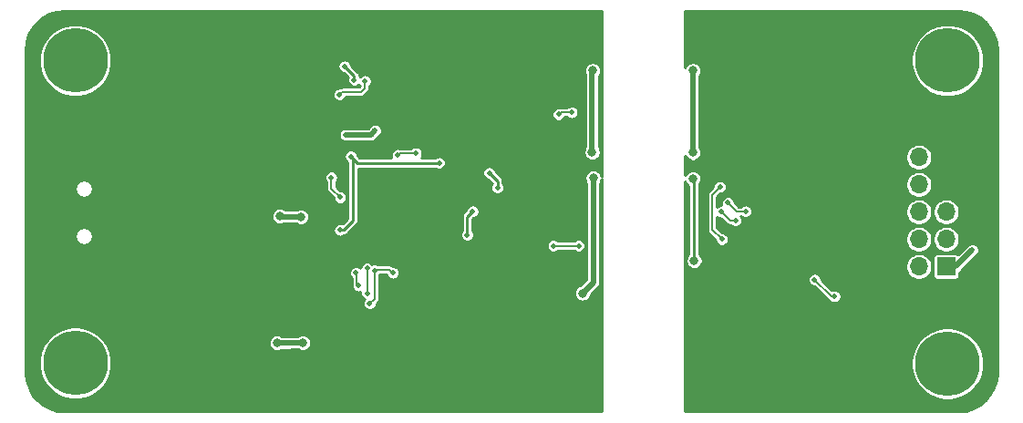
<source format=gbl>
G04 #@! TF.GenerationSoftware,KiCad,Pcbnew,(5.1.5)-3*
G04 #@! TF.CreationDate,2020-01-27T20:13:38-03:30*
G04 #@! TF.ProjectId,XDS100v2 Programmer,58445331-3030-4763-9220-50726f677261,rev?*
G04 #@! TF.SameCoordinates,Original*
G04 #@! TF.FileFunction,Copper,L2,Bot*
G04 #@! TF.FilePolarity,Positive*
%FSLAX46Y46*%
G04 Gerber Fmt 4.6, Leading zero omitted, Abs format (unit mm)*
G04 Created by KiCad (PCBNEW (5.1.5)-3) date 2020-01-27 20:13:38*
%MOMM*%
%LPD*%
G04 APERTURE LIST*
%ADD10O,1.700000X1.700000*%
%ADD11R,1.700000X1.700000*%
%ADD12C,6.000000*%
%ADD13C,0.800000*%
%ADD14C,0.500000*%
%ADD15C,0.500000*%
%ADD16C,0.127000*%
%ADD17C,0.250000*%
%ADD18C,0.254000*%
G04 APERTURE END LIST*
D10*
X100330000Y-71970000D03*
X102870000Y-71970000D03*
X100330000Y-74510000D03*
X102870000Y-74510000D03*
X100330000Y-77050000D03*
X102870000Y-77050000D03*
X100330000Y-79590000D03*
X102870000Y-79590000D03*
X100330000Y-82130000D03*
D11*
X102870000Y-82130000D03*
D12*
X103000000Y-63000000D03*
D13*
X105250000Y-63000000D03*
X104590990Y-64590990D03*
X103000000Y-65250000D03*
X101409010Y-64590990D03*
X100750000Y-63000000D03*
X101409010Y-61409010D03*
X103000000Y-60750000D03*
X104590990Y-61409010D03*
X23590990Y-89509010D03*
X22000000Y-88850000D03*
X20409010Y-89509010D03*
X19750000Y-91100000D03*
X20409010Y-92690990D03*
X22000000Y-93350000D03*
X23590990Y-92690990D03*
X24250000Y-91100000D03*
D12*
X22000000Y-91100000D03*
X103000000Y-91150000D03*
D13*
X105250000Y-91150000D03*
X104590990Y-92740990D03*
X103000000Y-93400000D03*
X101409010Y-92740990D03*
X100750000Y-91150000D03*
X101409010Y-89559010D03*
X103000000Y-88900000D03*
X104590990Y-89559010D03*
X23590990Y-61409010D03*
X22000000Y-60750000D03*
X20409010Y-61409010D03*
X19750000Y-63000000D03*
X20409010Y-64590990D03*
X22000000Y-65250000D03*
X23590990Y-64590990D03*
X24250000Y-63000000D03*
D12*
X22000000Y-63000000D03*
D14*
X48880000Y-67090000D03*
X49000000Y-74400000D03*
X50900000Y-74400000D03*
X52700000Y-74400000D03*
X54600000Y-74400000D03*
X54600000Y-76200000D03*
X52700000Y-76200000D03*
X50900000Y-76200000D03*
X49000000Y-76200000D03*
X49000000Y-78000000D03*
X50900000Y-78000000D03*
X52700000Y-78000000D03*
X54600000Y-78000000D03*
X54600000Y-79800000D03*
X52700000Y-79800000D03*
X50900000Y-79800000D03*
X49000000Y-79800000D03*
X45300000Y-72100000D03*
X42500000Y-73600000D03*
X40099992Y-64900000D03*
X36100004Y-64900000D03*
X68900000Y-75300000D03*
X68900000Y-70500000D03*
X68900000Y-62700000D03*
X46665182Y-81267418D03*
X44400000Y-79800000D03*
X46499990Y-78000000D03*
X52100000Y-82300000D03*
X58000000Y-73100000D03*
X58400000Y-81900000D03*
X60300000Y-81900000D03*
X62200000Y-81900000D03*
X64100000Y-81900000D03*
X58200000Y-83500000D03*
X57100000Y-79800000D03*
X68900000Y-83100000D03*
X68700000Y-86700000D03*
X70200000Y-85800000D03*
X26920000Y-79500000D03*
D13*
X19840000Y-83070000D03*
X25660000Y-83240000D03*
X19710000Y-71150000D03*
X25890000Y-71220000D03*
X18020000Y-81750000D03*
X23600000Y-81750000D03*
X21500000Y-72420000D03*
X23750000Y-72390000D03*
X18240000Y-72430000D03*
X27800000Y-72480000D03*
X29170000Y-73370000D03*
X21460000Y-81600000D03*
X38820000Y-71920000D03*
X40090000Y-73420000D03*
X40290000Y-87070000D03*
X40120000Y-81390000D03*
X40100000Y-84840000D03*
D14*
X43700000Y-63790000D03*
X52800000Y-64350000D03*
X54690000Y-63590000D03*
X53950000Y-62580000D03*
X47086490Y-72600000D03*
D13*
X70000000Y-71500000D03*
X70050000Y-63925000D03*
X70100000Y-73900000D03*
X69100000Y-84600000D03*
X42950000Y-77500000D03*
X40990000Y-77460000D03*
D14*
X49777629Y-82486500D03*
X49336900Y-85563100D03*
X51487100Y-82712900D03*
X47100000Y-69900000D03*
X49850000Y-69500000D03*
X53625000Y-71600000D03*
X51950849Y-71751401D03*
X47900000Y-64800000D03*
X47000000Y-63535000D03*
D13*
X40729678Y-89229678D03*
X43114193Y-89214193D03*
D14*
X46583855Y-78735883D03*
X47600000Y-71900000D03*
X58400000Y-79200000D03*
X58900000Y-77000000D03*
X61199996Y-74800000D03*
X60440719Y-73433315D03*
X55800000Y-72500000D03*
X80600000Y-62600000D03*
X80500000Y-70200000D03*
X80400000Y-82800000D03*
X80500000Y-75200000D03*
X80600000Y-86700000D03*
X79100000Y-85800000D03*
X84250000Y-77000000D03*
X82600000Y-76200000D03*
X83300000Y-77850000D03*
X82000000Y-77050000D03*
X90650000Y-83350000D03*
X92500000Y-84900000D03*
X105300000Y-80600000D03*
D13*
X79475000Y-81575000D03*
X79350000Y-73955000D03*
X79350000Y-71545000D03*
X79350000Y-63925000D03*
D14*
X46594337Y-75705227D03*
X45778088Y-73849993D03*
X82050000Y-79600000D03*
X81863107Y-74736893D03*
X68735055Y-80200000D03*
X66400000Y-80200000D03*
X49103210Y-82298987D03*
X49100000Y-84600000D03*
X48300008Y-83900000D03*
X48062689Y-82711929D03*
X48900000Y-64900000D03*
X46525193Y-66158092D03*
X66872988Y-68000008D03*
X68100000Y-67800000D03*
D15*
X70000000Y-71500000D02*
X70000000Y-63975000D01*
X70000000Y-63975000D02*
X70050000Y-63925000D01*
X70100000Y-73900000D02*
X70100000Y-83600000D01*
X70100000Y-83600000D02*
X69100000Y-84600000D01*
X42950000Y-77500000D02*
X41030000Y-77500000D01*
X41030000Y-77500000D02*
X40990000Y-77460000D01*
D16*
X49777629Y-82486500D02*
X49777629Y-85122371D01*
X49777629Y-85122371D02*
X49336900Y-85563100D01*
X49864129Y-82400000D02*
X49777629Y-82486500D01*
X51487100Y-82712900D02*
X51174200Y-82400000D01*
X51174200Y-82400000D02*
X49864129Y-82400000D01*
D15*
X47100000Y-69900000D02*
X49450000Y-69900000D01*
X49450000Y-69900000D02*
X49850000Y-69500000D01*
D16*
X53625000Y-71600000D02*
X52102250Y-71600000D01*
X52102250Y-71600000D02*
X51950849Y-71751401D01*
D17*
X47900000Y-64800000D02*
X47900000Y-64435000D01*
X47900000Y-64435000D02*
X47000000Y-63535000D01*
D15*
X43114193Y-89214193D02*
X40729678Y-89229678D01*
D17*
X58400000Y-77500000D02*
X58900000Y-77000000D01*
X58400000Y-79200000D02*
X58400000Y-77500000D01*
X60440719Y-73440719D02*
X60440719Y-73433315D01*
X61200000Y-74200000D02*
X60440719Y-73440719D01*
X61199996Y-74800000D02*
X61200000Y-74799996D01*
X61200000Y-74799996D02*
X61200000Y-74200000D01*
X47800000Y-72100000D02*
X47600000Y-71900000D01*
X46583855Y-78735883D02*
X46937408Y-78735883D01*
X47800000Y-77873291D02*
X47800000Y-72100000D01*
X46937408Y-78735883D02*
X47800000Y-77873291D01*
X48200000Y-72500000D02*
X47600000Y-71900000D01*
X55800000Y-72500000D02*
X48200000Y-72500000D01*
D16*
X83400000Y-77000000D02*
X82600000Y-76200000D01*
X84250000Y-77000000D02*
X83400000Y-77000000D01*
X83300000Y-77850000D02*
X82800000Y-77850000D01*
X82800000Y-77850000D02*
X82000000Y-77050000D01*
X90650000Y-83350000D02*
X92200000Y-84900000D01*
X92200000Y-84900000D02*
X92500000Y-84900000D01*
D17*
X105300000Y-80600000D02*
X105300000Y-80700000D01*
X79475000Y-81575000D02*
X79475000Y-74080000D01*
X79475000Y-74080000D02*
X79350000Y-73955000D01*
D15*
X79350000Y-71545000D02*
X79350000Y-63925000D01*
X103770000Y-82130000D02*
X105300000Y-80600000D01*
X102870000Y-82130000D02*
X103770000Y-82130000D01*
D16*
X46594337Y-75705227D02*
X45778088Y-74888978D01*
X45778088Y-74888978D02*
X45778088Y-73849993D01*
X81136499Y-78686499D02*
X81136499Y-75463501D01*
X81613108Y-74986892D02*
X81863107Y-74736893D01*
X81136499Y-75463501D02*
X81613108Y-74986892D01*
X82050000Y-79600000D02*
X81136499Y-78686499D01*
X68735055Y-80200000D02*
X66400000Y-80200000D01*
X49103210Y-84596790D02*
X49100000Y-84600000D01*
X49103210Y-82298987D02*
X49103210Y-84596790D01*
X48100000Y-82749240D02*
X48062689Y-82711929D01*
X48300008Y-83900000D02*
X48100000Y-83699992D01*
X48100000Y-83699992D02*
X48100000Y-82749240D01*
X46641908Y-66158092D02*
X46525193Y-66158092D01*
X48900000Y-65557000D02*
X48900000Y-64900000D01*
X48557000Y-65900000D02*
X48900000Y-65557000D01*
X46525193Y-66158092D02*
X46783285Y-65900000D01*
X46783285Y-65900000D02*
X48557000Y-65900000D01*
X67072996Y-67800000D02*
X68100000Y-67800000D01*
X66872988Y-68000008D02*
X67072996Y-67800000D01*
D18*
G36*
X70873000Y-73803362D02*
G01*
X70847141Y-73673357D01*
X70788569Y-73531952D01*
X70703536Y-73404691D01*
X70595309Y-73296464D01*
X70468048Y-73211431D01*
X70326643Y-73152859D01*
X70176528Y-73123000D01*
X70023472Y-73123000D01*
X69873357Y-73152859D01*
X69731952Y-73211431D01*
X69604691Y-73296464D01*
X69496464Y-73404691D01*
X69411431Y-73531952D01*
X69352859Y-73673357D01*
X69323000Y-73823472D01*
X69323000Y-73976528D01*
X69352859Y-74126643D01*
X69411431Y-74268048D01*
X69473000Y-74360193D01*
X69473001Y-83340288D01*
X68982050Y-83831239D01*
X68873357Y-83852859D01*
X68731952Y-83911431D01*
X68604691Y-83996464D01*
X68496464Y-84104691D01*
X68411431Y-84231952D01*
X68352859Y-84373357D01*
X68323000Y-84523472D01*
X68323000Y-84676528D01*
X68352859Y-84826643D01*
X68411431Y-84968048D01*
X68496464Y-85095309D01*
X68604691Y-85203536D01*
X68731952Y-85288569D01*
X68873357Y-85347141D01*
X69023472Y-85377000D01*
X69176528Y-85377000D01*
X69326643Y-85347141D01*
X69468048Y-85288569D01*
X69595309Y-85203536D01*
X69703536Y-85095309D01*
X69788569Y-84968048D01*
X69847141Y-84826643D01*
X69868761Y-84717950D01*
X70521573Y-84065138D01*
X70545501Y-84045501D01*
X70623853Y-83950028D01*
X70666961Y-83869379D01*
X70682075Y-83841104D01*
X70717927Y-83722913D01*
X70730033Y-83600000D01*
X70727000Y-83569206D01*
X70727000Y-74360193D01*
X70788569Y-74268048D01*
X70847141Y-74126643D01*
X70873000Y-73996638D01*
X70873000Y-95598000D01*
X21019656Y-95598000D01*
X20301520Y-95527586D01*
X19629646Y-95324735D01*
X19009962Y-94995244D01*
X18466084Y-94551667D01*
X18018723Y-94010902D01*
X17684913Y-93393533D01*
X17477377Y-92723091D01*
X17402024Y-92006162D01*
X17402000Y-91999180D01*
X17402000Y-90767395D01*
X18623000Y-90767395D01*
X18623000Y-91432605D01*
X18752776Y-92085035D01*
X19007341Y-92699609D01*
X19376913Y-93252712D01*
X19847288Y-93723087D01*
X20400391Y-94092659D01*
X21014965Y-94347224D01*
X21667395Y-94477000D01*
X22332605Y-94477000D01*
X22985035Y-94347224D01*
X23599609Y-94092659D01*
X24152712Y-93723087D01*
X24623087Y-93252712D01*
X24992659Y-92699609D01*
X25247224Y-92085035D01*
X25377000Y-91432605D01*
X25377000Y-90767395D01*
X25247224Y-90114965D01*
X24992659Y-89500391D01*
X24760640Y-89153150D01*
X39952678Y-89153150D01*
X39952678Y-89306206D01*
X39982537Y-89456321D01*
X40041109Y-89597726D01*
X40126142Y-89724987D01*
X40234369Y-89833214D01*
X40361630Y-89918247D01*
X40503035Y-89976819D01*
X40653150Y-90006678D01*
X40806206Y-90006678D01*
X40956321Y-89976819D01*
X41097726Y-89918247D01*
X41194368Y-89853673D01*
X42658448Y-89844165D01*
X42746145Y-89902762D01*
X42887550Y-89961334D01*
X43037665Y-89991193D01*
X43190721Y-89991193D01*
X43340836Y-89961334D01*
X43482241Y-89902762D01*
X43609502Y-89817729D01*
X43717729Y-89709502D01*
X43802762Y-89582241D01*
X43861334Y-89440836D01*
X43891193Y-89290721D01*
X43891193Y-89137665D01*
X43861334Y-88987550D01*
X43802762Y-88846145D01*
X43717729Y-88718884D01*
X43609502Y-88610657D01*
X43482241Y-88525624D01*
X43340836Y-88467052D01*
X43190721Y-88437193D01*
X43037665Y-88437193D01*
X42887550Y-88467052D01*
X42746145Y-88525624D01*
X42649503Y-88590198D01*
X41185423Y-88599706D01*
X41097726Y-88541109D01*
X40956321Y-88482537D01*
X40806206Y-88452678D01*
X40653150Y-88452678D01*
X40503035Y-88482537D01*
X40361630Y-88541109D01*
X40234369Y-88626142D01*
X40126142Y-88734369D01*
X40041109Y-88861630D01*
X39982537Y-89003035D01*
X39952678Y-89153150D01*
X24760640Y-89153150D01*
X24623087Y-88947288D01*
X24152712Y-88476913D01*
X23599609Y-88107341D01*
X22985035Y-87852776D01*
X22332605Y-87723000D01*
X21667395Y-87723000D01*
X21014965Y-87852776D01*
X20400391Y-88107341D01*
X19847288Y-88476913D01*
X19376913Y-88947288D01*
X19007341Y-89500391D01*
X18752776Y-90114965D01*
X18623000Y-90767395D01*
X17402000Y-90767395D01*
X17402000Y-82650175D01*
X47435689Y-82650175D01*
X47435689Y-82773683D01*
X47459784Y-82894818D01*
X47507049Y-83008925D01*
X47575666Y-83111618D01*
X47659501Y-83195453D01*
X47659500Y-83678363D01*
X47657370Y-83699992D01*
X47659500Y-83721621D01*
X47659500Y-83721627D01*
X47665874Y-83786344D01*
X47676418Y-83821103D01*
X47673008Y-83838246D01*
X47673008Y-83961754D01*
X47697103Y-84082889D01*
X47744368Y-84196996D01*
X47812985Y-84299689D01*
X47900319Y-84387023D01*
X48003012Y-84455640D01*
X48117119Y-84502905D01*
X48238254Y-84527000D01*
X48361762Y-84527000D01*
X48479912Y-84503499D01*
X48473000Y-84538246D01*
X48473000Y-84661754D01*
X48497095Y-84782889D01*
X48544360Y-84896996D01*
X48612977Y-84999689D01*
X48700311Y-85087023D01*
X48803004Y-85155640D01*
X48843783Y-85172531D01*
X48781260Y-85266104D01*
X48733995Y-85380211D01*
X48709900Y-85501346D01*
X48709900Y-85624854D01*
X48733995Y-85745989D01*
X48781260Y-85860096D01*
X48849877Y-85962789D01*
X48937211Y-86050123D01*
X49039904Y-86118740D01*
X49154011Y-86166005D01*
X49275146Y-86190100D01*
X49398654Y-86190100D01*
X49519789Y-86166005D01*
X49633896Y-86118740D01*
X49736589Y-86050123D01*
X49823923Y-85962789D01*
X49892540Y-85860096D01*
X49939805Y-85745989D01*
X49963900Y-85624854D01*
X49963900Y-85559061D01*
X50073812Y-85449149D01*
X50090616Y-85435358D01*
X50145663Y-85368284D01*
X50186567Y-85291759D01*
X50211755Y-85208724D01*
X50218129Y-85144007D01*
X50218129Y-85144000D01*
X50220259Y-85122371D01*
X50218129Y-85100742D01*
X50218129Y-82932712D01*
X50264652Y-82886189D01*
X50295180Y-82840500D01*
X50873197Y-82840500D01*
X50884195Y-82895789D01*
X50931460Y-83009896D01*
X51000077Y-83112589D01*
X51087411Y-83199923D01*
X51190104Y-83268540D01*
X51304211Y-83315805D01*
X51425346Y-83339900D01*
X51548854Y-83339900D01*
X51669989Y-83315805D01*
X51784096Y-83268540D01*
X51886789Y-83199923D01*
X51974123Y-83112589D01*
X52042740Y-83009896D01*
X52090005Y-82895789D01*
X52114100Y-82774654D01*
X52114100Y-82651146D01*
X52090005Y-82530011D01*
X52042740Y-82415904D01*
X51974123Y-82313211D01*
X51886789Y-82225877D01*
X51784096Y-82157260D01*
X51669989Y-82109995D01*
X51548854Y-82085900D01*
X51485831Y-82085900D01*
X51420113Y-82031966D01*
X51343588Y-81991062D01*
X51260553Y-81965874D01*
X51195836Y-81959500D01*
X51195829Y-81959500D01*
X51174200Y-81957370D01*
X51152571Y-81959500D01*
X50117488Y-81959500D01*
X50074625Y-81930860D01*
X49960518Y-81883595D01*
X49839383Y-81859500D01*
X49715875Y-81859500D01*
X49594740Y-81883595D01*
X49580449Y-81889514D01*
X49502899Y-81811964D01*
X49400206Y-81743347D01*
X49286099Y-81696082D01*
X49164964Y-81671987D01*
X49041456Y-81671987D01*
X48920321Y-81696082D01*
X48806214Y-81743347D01*
X48703521Y-81811964D01*
X48616187Y-81899298D01*
X48547570Y-82001991D01*
X48500305Y-82116098D01*
X48476210Y-82237233D01*
X48476210Y-82238738D01*
X48462378Y-82224906D01*
X48359685Y-82156289D01*
X48245578Y-82109024D01*
X48124443Y-82084929D01*
X48000935Y-82084929D01*
X47879800Y-82109024D01*
X47765693Y-82156289D01*
X47663000Y-82224906D01*
X47575666Y-82312240D01*
X47507049Y-82414933D01*
X47459784Y-82529040D01*
X47435689Y-82650175D01*
X17402000Y-82650175D01*
X17402000Y-80138246D01*
X65773000Y-80138246D01*
X65773000Y-80261754D01*
X65797095Y-80382889D01*
X65844360Y-80496996D01*
X65912977Y-80599689D01*
X66000311Y-80687023D01*
X66103004Y-80755640D01*
X66217111Y-80802905D01*
X66338246Y-80827000D01*
X66461754Y-80827000D01*
X66582889Y-80802905D01*
X66696996Y-80755640D01*
X66799689Y-80687023D01*
X66846212Y-80640500D01*
X68288843Y-80640500D01*
X68335366Y-80687023D01*
X68438059Y-80755640D01*
X68552166Y-80802905D01*
X68673301Y-80827000D01*
X68796809Y-80827000D01*
X68917944Y-80802905D01*
X69032051Y-80755640D01*
X69134744Y-80687023D01*
X69222078Y-80599689D01*
X69290695Y-80496996D01*
X69337960Y-80382889D01*
X69362055Y-80261754D01*
X69362055Y-80138246D01*
X69337960Y-80017111D01*
X69290695Y-79903004D01*
X69222078Y-79800311D01*
X69134744Y-79712977D01*
X69032051Y-79644360D01*
X68917944Y-79597095D01*
X68796809Y-79573000D01*
X68673301Y-79573000D01*
X68552166Y-79597095D01*
X68438059Y-79644360D01*
X68335366Y-79712977D01*
X68288843Y-79759500D01*
X66846212Y-79759500D01*
X66799689Y-79712977D01*
X66696996Y-79644360D01*
X66582889Y-79597095D01*
X66461754Y-79573000D01*
X66338246Y-79573000D01*
X66217111Y-79597095D01*
X66103004Y-79644360D01*
X66000311Y-79712977D01*
X65912977Y-79800311D01*
X65844360Y-79903004D01*
X65797095Y-80017111D01*
X65773000Y-80138246D01*
X17402000Y-80138246D01*
X17402000Y-79218548D01*
X21973000Y-79218548D01*
X21973000Y-79381452D01*
X22004782Y-79541227D01*
X22067123Y-79691731D01*
X22157628Y-79827181D01*
X22272819Y-79942372D01*
X22408269Y-80032877D01*
X22558773Y-80095218D01*
X22718548Y-80127000D01*
X22881452Y-80127000D01*
X23041227Y-80095218D01*
X23191731Y-80032877D01*
X23327181Y-79942372D01*
X23442372Y-79827181D01*
X23532877Y-79691731D01*
X23595218Y-79541227D01*
X23627000Y-79381452D01*
X23627000Y-79218548D01*
X23595218Y-79058773D01*
X23532877Y-78908269D01*
X23442372Y-78772819D01*
X23343682Y-78674129D01*
X45956855Y-78674129D01*
X45956855Y-78797637D01*
X45980950Y-78918772D01*
X46028215Y-79032879D01*
X46096832Y-79135572D01*
X46184166Y-79222906D01*
X46286859Y-79291523D01*
X46400966Y-79338788D01*
X46522101Y-79362883D01*
X46645609Y-79362883D01*
X46766744Y-79338788D01*
X46880851Y-79291523D01*
X46960970Y-79237989D01*
X46962051Y-79237883D01*
X46962061Y-79237883D01*
X47035817Y-79230619D01*
X47130444Y-79201914D01*
X47217653Y-79155300D01*
X47238432Y-79138246D01*
X57773000Y-79138246D01*
X57773000Y-79261754D01*
X57797095Y-79382889D01*
X57844360Y-79496996D01*
X57912977Y-79599689D01*
X58000311Y-79687023D01*
X58103004Y-79755640D01*
X58217111Y-79802905D01*
X58338246Y-79827000D01*
X58461754Y-79827000D01*
X58582889Y-79802905D01*
X58696996Y-79755640D01*
X58799689Y-79687023D01*
X58887023Y-79599689D01*
X58955640Y-79496996D01*
X59002905Y-79382889D01*
X59027000Y-79261754D01*
X59027000Y-79138246D01*
X59002905Y-79017111D01*
X58955640Y-78903004D01*
X58902000Y-78822726D01*
X58902000Y-77707935D01*
X58988194Y-77621741D01*
X59082889Y-77602905D01*
X59196996Y-77555640D01*
X59299689Y-77487023D01*
X59387023Y-77399689D01*
X59455640Y-77296996D01*
X59502905Y-77182889D01*
X59527000Y-77061754D01*
X59527000Y-76938246D01*
X59502905Y-76817111D01*
X59455640Y-76703004D01*
X59387023Y-76600311D01*
X59299689Y-76512977D01*
X59196996Y-76444360D01*
X59082889Y-76397095D01*
X58961754Y-76373000D01*
X58838246Y-76373000D01*
X58717111Y-76397095D01*
X58603004Y-76444360D01*
X58500311Y-76512977D01*
X58412977Y-76600311D01*
X58344360Y-76703004D01*
X58297095Y-76817111D01*
X58278259Y-76911806D01*
X58062462Y-77127604D01*
X58043317Y-77143316D01*
X58027604Y-77162462D01*
X58027601Y-77162465D01*
X57980584Y-77219755D01*
X57933970Y-77306964D01*
X57905265Y-77401591D01*
X57895573Y-77500000D01*
X57898001Y-77524653D01*
X57898000Y-78822725D01*
X57844360Y-78903004D01*
X57797095Y-79017111D01*
X57773000Y-79138246D01*
X47238432Y-79138246D01*
X47294092Y-79092567D01*
X47309809Y-79073416D01*
X48137538Y-78245688D01*
X48156684Y-78229975D01*
X48219417Y-78153536D01*
X48266031Y-78066327D01*
X48294736Y-77971700D01*
X48302000Y-77897944D01*
X48302000Y-77897935D01*
X48304427Y-77873292D01*
X48302000Y-77848649D01*
X48302000Y-73371561D01*
X59813719Y-73371561D01*
X59813719Y-73495069D01*
X59837814Y-73616204D01*
X59885079Y-73730311D01*
X59953696Y-73833004D01*
X60041030Y-73920338D01*
X60143723Y-73988955D01*
X60257830Y-74036220D01*
X60343283Y-74053218D01*
X60698001Y-74407935D01*
X60698001Y-74422719D01*
X60644356Y-74503004D01*
X60597091Y-74617111D01*
X60572996Y-74738246D01*
X60572996Y-74861754D01*
X60597091Y-74982889D01*
X60644356Y-75096996D01*
X60712973Y-75199689D01*
X60800307Y-75287023D01*
X60903000Y-75355640D01*
X61017107Y-75402905D01*
X61138242Y-75427000D01*
X61261750Y-75427000D01*
X61382885Y-75402905D01*
X61496992Y-75355640D01*
X61599685Y-75287023D01*
X61687019Y-75199689D01*
X61755636Y-75096996D01*
X61802901Y-74982889D01*
X61826996Y-74861754D01*
X61826996Y-74738246D01*
X61802901Y-74617111D01*
X61755636Y-74503004D01*
X61702000Y-74422732D01*
X61702000Y-74224642D01*
X61704427Y-74199999D01*
X61702000Y-74175356D01*
X61702000Y-74175347D01*
X61694736Y-74101591D01*
X61666031Y-74006964D01*
X61619417Y-73919755D01*
X61556684Y-73843316D01*
X61537538Y-73827603D01*
X61064298Y-73354364D01*
X61043624Y-73250426D01*
X60996359Y-73136319D01*
X60927742Y-73033626D01*
X60840408Y-72946292D01*
X60737715Y-72877675D01*
X60623608Y-72830410D01*
X60502473Y-72806315D01*
X60378965Y-72806315D01*
X60257830Y-72830410D01*
X60143723Y-72877675D01*
X60041030Y-72946292D01*
X59953696Y-73033626D01*
X59885079Y-73136319D01*
X59837814Y-73250426D01*
X59813719Y-73371561D01*
X48302000Y-73371561D01*
X48302000Y-73002000D01*
X55422726Y-73002000D01*
X55503004Y-73055640D01*
X55617111Y-73102905D01*
X55738246Y-73127000D01*
X55861754Y-73127000D01*
X55982889Y-73102905D01*
X56096996Y-73055640D01*
X56199689Y-72987023D01*
X56287023Y-72899689D01*
X56355640Y-72796996D01*
X56402905Y-72682889D01*
X56427000Y-72561754D01*
X56427000Y-72438246D01*
X56402905Y-72317111D01*
X56355640Y-72203004D01*
X56287023Y-72100311D01*
X56199689Y-72012977D01*
X56096996Y-71944360D01*
X55982889Y-71897095D01*
X55861754Y-71873000D01*
X55738246Y-71873000D01*
X55617111Y-71897095D01*
X55503004Y-71944360D01*
X55422726Y-71998000D01*
X54113152Y-71998000D01*
X54180640Y-71896996D01*
X54227905Y-71782889D01*
X54252000Y-71661754D01*
X54252000Y-71538246D01*
X54229171Y-71423472D01*
X69223000Y-71423472D01*
X69223000Y-71576528D01*
X69252859Y-71726643D01*
X69311431Y-71868048D01*
X69396464Y-71995309D01*
X69504691Y-72103536D01*
X69631952Y-72188569D01*
X69773357Y-72247141D01*
X69923472Y-72277000D01*
X70076528Y-72277000D01*
X70226643Y-72247141D01*
X70368048Y-72188569D01*
X70495309Y-72103536D01*
X70603536Y-71995309D01*
X70688569Y-71868048D01*
X70747141Y-71726643D01*
X70777000Y-71576528D01*
X70777000Y-71423472D01*
X70747141Y-71273357D01*
X70688569Y-71131952D01*
X70627000Y-71039807D01*
X70627000Y-64446845D01*
X70653536Y-64420309D01*
X70738569Y-64293048D01*
X70797141Y-64151643D01*
X70827000Y-64001528D01*
X70827000Y-63848472D01*
X70797141Y-63698357D01*
X70738569Y-63556952D01*
X70653536Y-63429691D01*
X70545309Y-63321464D01*
X70418048Y-63236431D01*
X70276643Y-63177859D01*
X70126528Y-63148000D01*
X69973472Y-63148000D01*
X69823357Y-63177859D01*
X69681952Y-63236431D01*
X69554691Y-63321464D01*
X69446464Y-63429691D01*
X69361431Y-63556952D01*
X69302859Y-63698357D01*
X69273000Y-63848472D01*
X69273000Y-64001528D01*
X69302859Y-64151643D01*
X69361431Y-64293048D01*
X69373001Y-64310364D01*
X69373000Y-71039807D01*
X69311431Y-71131952D01*
X69252859Y-71273357D01*
X69223000Y-71423472D01*
X54229171Y-71423472D01*
X54227905Y-71417111D01*
X54180640Y-71303004D01*
X54112023Y-71200311D01*
X54024689Y-71112977D01*
X53921996Y-71044360D01*
X53807889Y-70997095D01*
X53686754Y-70973000D01*
X53563246Y-70973000D01*
X53442111Y-70997095D01*
X53328004Y-71044360D01*
X53225311Y-71112977D01*
X53178788Y-71159500D01*
X52160304Y-71159500D01*
X52133738Y-71148496D01*
X52012603Y-71124401D01*
X51889095Y-71124401D01*
X51767960Y-71148496D01*
X51653853Y-71195761D01*
X51551160Y-71264378D01*
X51463826Y-71351712D01*
X51395209Y-71454405D01*
X51347944Y-71568512D01*
X51323849Y-71689647D01*
X51323849Y-71813155D01*
X51347944Y-71934290D01*
X51374334Y-71998000D01*
X48407935Y-71998000D01*
X48221741Y-71811806D01*
X48202905Y-71717111D01*
X48155640Y-71603004D01*
X48087023Y-71500311D01*
X47999689Y-71412977D01*
X47896996Y-71344360D01*
X47782889Y-71297095D01*
X47661754Y-71273000D01*
X47538246Y-71273000D01*
X47417111Y-71297095D01*
X47303004Y-71344360D01*
X47200311Y-71412977D01*
X47112977Y-71500311D01*
X47044360Y-71603004D01*
X46997095Y-71717111D01*
X46973000Y-71838246D01*
X46973000Y-71961754D01*
X46997095Y-72082889D01*
X47044360Y-72196996D01*
X47112977Y-72299689D01*
X47200311Y-72387023D01*
X47298001Y-72452297D01*
X47298000Y-77665356D01*
X46811740Y-78151616D01*
X46766744Y-78132978D01*
X46645609Y-78108883D01*
X46522101Y-78108883D01*
X46400966Y-78132978D01*
X46286859Y-78180243D01*
X46184166Y-78248860D01*
X46096832Y-78336194D01*
X46028215Y-78438887D01*
X45980950Y-78552994D01*
X45956855Y-78674129D01*
X23343682Y-78674129D01*
X23327181Y-78657628D01*
X23191731Y-78567123D01*
X23041227Y-78504782D01*
X22881452Y-78473000D01*
X22718548Y-78473000D01*
X22558773Y-78504782D01*
X22408269Y-78567123D01*
X22272819Y-78657628D01*
X22157628Y-78772819D01*
X22067123Y-78908269D01*
X22004782Y-79058773D01*
X21973000Y-79218548D01*
X17402000Y-79218548D01*
X17402000Y-77383472D01*
X40213000Y-77383472D01*
X40213000Y-77536528D01*
X40242859Y-77686643D01*
X40301431Y-77828048D01*
X40386464Y-77955309D01*
X40494691Y-78063536D01*
X40621952Y-78148569D01*
X40763357Y-78207141D01*
X40913472Y-78237000D01*
X41066528Y-78237000D01*
X41216643Y-78207141D01*
X41358048Y-78148569D01*
X41390328Y-78127000D01*
X42489807Y-78127000D01*
X42581952Y-78188569D01*
X42723357Y-78247141D01*
X42873472Y-78277000D01*
X43026528Y-78277000D01*
X43176643Y-78247141D01*
X43318048Y-78188569D01*
X43445309Y-78103536D01*
X43553536Y-77995309D01*
X43638569Y-77868048D01*
X43697141Y-77726643D01*
X43727000Y-77576528D01*
X43727000Y-77423472D01*
X43697141Y-77273357D01*
X43638569Y-77131952D01*
X43553536Y-77004691D01*
X43445309Y-76896464D01*
X43318048Y-76811431D01*
X43176643Y-76752859D01*
X43026528Y-76723000D01*
X42873472Y-76723000D01*
X42723357Y-76752859D01*
X42581952Y-76811431D01*
X42489807Y-76873000D01*
X41501845Y-76873000D01*
X41485309Y-76856464D01*
X41358048Y-76771431D01*
X41216643Y-76712859D01*
X41066528Y-76683000D01*
X40913472Y-76683000D01*
X40763357Y-76712859D01*
X40621952Y-76771431D01*
X40494691Y-76856464D01*
X40386464Y-76964691D01*
X40301431Y-77091952D01*
X40242859Y-77233357D01*
X40213000Y-77383472D01*
X17402000Y-77383472D01*
X17402000Y-74818548D01*
X21973000Y-74818548D01*
X21973000Y-74981452D01*
X22004782Y-75141227D01*
X22067123Y-75291731D01*
X22157628Y-75427181D01*
X22272819Y-75542372D01*
X22408269Y-75632877D01*
X22558773Y-75695218D01*
X22718548Y-75727000D01*
X22881452Y-75727000D01*
X23041227Y-75695218D01*
X23191731Y-75632877D01*
X23327181Y-75542372D01*
X23442372Y-75427181D01*
X23532877Y-75291731D01*
X23595218Y-75141227D01*
X23627000Y-74981452D01*
X23627000Y-74818548D01*
X23595218Y-74658773D01*
X23532877Y-74508269D01*
X23442372Y-74372819D01*
X23327181Y-74257628D01*
X23191731Y-74167123D01*
X23041227Y-74104782D01*
X22881452Y-74073000D01*
X22718548Y-74073000D01*
X22558773Y-74104782D01*
X22408269Y-74167123D01*
X22272819Y-74257628D01*
X22157628Y-74372819D01*
X22067123Y-74508269D01*
X22004782Y-74658773D01*
X21973000Y-74818548D01*
X17402000Y-74818548D01*
X17402000Y-73788239D01*
X45151088Y-73788239D01*
X45151088Y-73911747D01*
X45175183Y-74032882D01*
X45222448Y-74146989D01*
X45291065Y-74249682D01*
X45337589Y-74296206D01*
X45337588Y-74867349D01*
X45335458Y-74888978D01*
X45337588Y-74910607D01*
X45337588Y-74910613D01*
X45343962Y-74975330D01*
X45369150Y-75058365D01*
X45410054Y-75134890D01*
X45465101Y-75201965D01*
X45481910Y-75215760D01*
X45967337Y-75701188D01*
X45967337Y-75766981D01*
X45991432Y-75888116D01*
X46038697Y-76002223D01*
X46107314Y-76104916D01*
X46194648Y-76192250D01*
X46297341Y-76260867D01*
X46411448Y-76308132D01*
X46532583Y-76332227D01*
X46656091Y-76332227D01*
X46777226Y-76308132D01*
X46891333Y-76260867D01*
X46994026Y-76192250D01*
X47081360Y-76104916D01*
X47149977Y-76002223D01*
X47197242Y-75888116D01*
X47221337Y-75766981D01*
X47221337Y-75643473D01*
X47197242Y-75522338D01*
X47149977Y-75408231D01*
X47081360Y-75305538D01*
X46994026Y-75218204D01*
X46891333Y-75149587D01*
X46777226Y-75102322D01*
X46656091Y-75078227D01*
X46590298Y-75078227D01*
X46218588Y-74706518D01*
X46218588Y-74296205D01*
X46265111Y-74249682D01*
X46333728Y-74146989D01*
X46380993Y-74032882D01*
X46405088Y-73911747D01*
X46405088Y-73788239D01*
X46380993Y-73667104D01*
X46333728Y-73552997D01*
X46265111Y-73450304D01*
X46177777Y-73362970D01*
X46075084Y-73294353D01*
X45960977Y-73247088D01*
X45839842Y-73222993D01*
X45716334Y-73222993D01*
X45595199Y-73247088D01*
X45481092Y-73294353D01*
X45378399Y-73362970D01*
X45291065Y-73450304D01*
X45222448Y-73552997D01*
X45175183Y-73667104D01*
X45151088Y-73788239D01*
X17402000Y-73788239D01*
X17402000Y-69900000D01*
X46469967Y-69900000D01*
X46473000Y-69930794D01*
X46473000Y-69961754D01*
X46479040Y-69992120D01*
X46482073Y-70022913D01*
X46491055Y-70052522D01*
X46497095Y-70082889D01*
X46508942Y-70111491D01*
X46517925Y-70141103D01*
X46532513Y-70168395D01*
X46544360Y-70196996D01*
X46561560Y-70222737D01*
X46576147Y-70250028D01*
X46595778Y-70273948D01*
X46612977Y-70299689D01*
X46634866Y-70321578D01*
X46654499Y-70345501D01*
X46678422Y-70365134D01*
X46700311Y-70387023D01*
X46726052Y-70404222D01*
X46749972Y-70423853D01*
X46777263Y-70438440D01*
X46803004Y-70455640D01*
X46831605Y-70467487D01*
X46858897Y-70482075D01*
X46888509Y-70491058D01*
X46917111Y-70502905D01*
X46947478Y-70508945D01*
X46977087Y-70517927D01*
X47007880Y-70520960D01*
X47038246Y-70527000D01*
X49419206Y-70527000D01*
X49450000Y-70530033D01*
X49480794Y-70527000D01*
X49572913Y-70517927D01*
X49691103Y-70482075D01*
X49800028Y-70423853D01*
X49895501Y-70345501D01*
X49915138Y-70321573D01*
X50249686Y-69987025D01*
X50249689Y-69987023D01*
X50337023Y-69899689D01*
X50354225Y-69873944D01*
X50373852Y-69850029D01*
X50388438Y-69822741D01*
X50405640Y-69796996D01*
X50417489Y-69768391D01*
X50432074Y-69741104D01*
X50441055Y-69711497D01*
X50452905Y-69682889D01*
X50458947Y-69652516D01*
X50467926Y-69622914D01*
X50470959Y-69592127D01*
X50477000Y-69561754D01*
X50477000Y-69530793D01*
X50480033Y-69500001D01*
X50477000Y-69469209D01*
X50477000Y-69438246D01*
X50470958Y-69407871D01*
X50467926Y-69377088D01*
X50458948Y-69347489D01*
X50452905Y-69317111D01*
X50441054Y-69288499D01*
X50432074Y-69258897D01*
X50417491Y-69231614D01*
X50405640Y-69203004D01*
X50388433Y-69177252D01*
X50373852Y-69149973D01*
X50354230Y-69126064D01*
X50337023Y-69100311D01*
X50315123Y-69078411D01*
X50295500Y-69054500D01*
X50271589Y-69034877D01*
X50249689Y-69012977D01*
X50223936Y-68995770D01*
X50200027Y-68976148D01*
X50172748Y-68961567D01*
X50146996Y-68944360D01*
X50118386Y-68932509D01*
X50091103Y-68917926D01*
X50061501Y-68908946D01*
X50032889Y-68897095D01*
X50002511Y-68891052D01*
X49972912Y-68882074D01*
X49942129Y-68879042D01*
X49911754Y-68873000D01*
X49880791Y-68873000D01*
X49849999Y-68869967D01*
X49819207Y-68873000D01*
X49788246Y-68873000D01*
X49757873Y-68879041D01*
X49727086Y-68882074D01*
X49697484Y-68891053D01*
X49667111Y-68897095D01*
X49638503Y-68908945D01*
X49608896Y-68917926D01*
X49581609Y-68932511D01*
X49553004Y-68944360D01*
X49527259Y-68961562D01*
X49499971Y-68976148D01*
X49476056Y-68995775D01*
X49450311Y-69012977D01*
X49362977Y-69100311D01*
X49362975Y-69100314D01*
X49190289Y-69273000D01*
X47038246Y-69273000D01*
X47007880Y-69279040D01*
X46977087Y-69282073D01*
X46947478Y-69291055D01*
X46917111Y-69297095D01*
X46888509Y-69308942D01*
X46858897Y-69317925D01*
X46831605Y-69332513D01*
X46803004Y-69344360D01*
X46777263Y-69361560D01*
X46749972Y-69376147D01*
X46726052Y-69395778D01*
X46700311Y-69412977D01*
X46678422Y-69434866D01*
X46654499Y-69454499D01*
X46634869Y-69478419D01*
X46612977Y-69500311D01*
X46595778Y-69526052D01*
X46576147Y-69549972D01*
X46561560Y-69577263D01*
X46544360Y-69603004D01*
X46532513Y-69631605D01*
X46517925Y-69658897D01*
X46508942Y-69688509D01*
X46497095Y-69717111D01*
X46491055Y-69747478D01*
X46482073Y-69777087D01*
X46479040Y-69807880D01*
X46473000Y-69838246D01*
X46473000Y-69869206D01*
X46469967Y-69900000D01*
X17402000Y-69900000D01*
X17402000Y-67938254D01*
X66245988Y-67938254D01*
X66245988Y-68061762D01*
X66270083Y-68182897D01*
X66317348Y-68297004D01*
X66385965Y-68399697D01*
X66473299Y-68487031D01*
X66575992Y-68555648D01*
X66690099Y-68602913D01*
X66811234Y-68627008D01*
X66934742Y-68627008D01*
X67055877Y-68602913D01*
X67169984Y-68555648D01*
X67272677Y-68487031D01*
X67360011Y-68399697D01*
X67428628Y-68297004D01*
X67452033Y-68240500D01*
X67653788Y-68240500D01*
X67700311Y-68287023D01*
X67803004Y-68355640D01*
X67917111Y-68402905D01*
X68038246Y-68427000D01*
X68161754Y-68427000D01*
X68282889Y-68402905D01*
X68396996Y-68355640D01*
X68499689Y-68287023D01*
X68587023Y-68199689D01*
X68655640Y-68096996D01*
X68702905Y-67982889D01*
X68727000Y-67861754D01*
X68727000Y-67738246D01*
X68702905Y-67617111D01*
X68655640Y-67503004D01*
X68587023Y-67400311D01*
X68499689Y-67312977D01*
X68396996Y-67244360D01*
X68282889Y-67197095D01*
X68161754Y-67173000D01*
X68038246Y-67173000D01*
X67917111Y-67197095D01*
X67803004Y-67244360D01*
X67700311Y-67312977D01*
X67653788Y-67359500D01*
X67094624Y-67359500D01*
X67072995Y-67357370D01*
X67051366Y-67359500D01*
X67051360Y-67359500D01*
X66986643Y-67365874D01*
X66951884Y-67376418D01*
X66934742Y-67373008D01*
X66811234Y-67373008D01*
X66690099Y-67397103D01*
X66575992Y-67444368D01*
X66473299Y-67512985D01*
X66385965Y-67600319D01*
X66317348Y-67703012D01*
X66270083Y-67817119D01*
X66245988Y-67938254D01*
X17402000Y-67938254D01*
X17402000Y-62667395D01*
X18623000Y-62667395D01*
X18623000Y-63332605D01*
X18752776Y-63985035D01*
X19007341Y-64599609D01*
X19376913Y-65152712D01*
X19847288Y-65623087D01*
X20400391Y-65992659D01*
X21014965Y-66247224D01*
X21667395Y-66377000D01*
X22332605Y-66377000D01*
X22985035Y-66247224D01*
X23349305Y-66096338D01*
X45898193Y-66096338D01*
X45898193Y-66219846D01*
X45922288Y-66340981D01*
X45969553Y-66455088D01*
X46038170Y-66557781D01*
X46125504Y-66645115D01*
X46228197Y-66713732D01*
X46342304Y-66760997D01*
X46463439Y-66785092D01*
X46586947Y-66785092D01*
X46708082Y-66760997D01*
X46822189Y-66713732D01*
X46924882Y-66645115D01*
X47012216Y-66557781D01*
X47080833Y-66455088D01*
X47128098Y-66340981D01*
X47128194Y-66340500D01*
X48535371Y-66340500D01*
X48557000Y-66342630D01*
X48578629Y-66340500D01*
X48578636Y-66340500D01*
X48643353Y-66334126D01*
X48726388Y-66308938D01*
X48802913Y-66268034D01*
X48869987Y-66212987D01*
X48883782Y-66196179D01*
X49196184Y-65883777D01*
X49212987Y-65869987D01*
X49233408Y-65845105D01*
X49268034Y-65802913D01*
X49308938Y-65726388D01*
X49311606Y-65717592D01*
X49334126Y-65643353D01*
X49340500Y-65578636D01*
X49340500Y-65578627D01*
X49342630Y-65557001D01*
X49340500Y-65535375D01*
X49340500Y-65346212D01*
X49387023Y-65299689D01*
X49455640Y-65196996D01*
X49502905Y-65082889D01*
X49527000Y-64961754D01*
X49527000Y-64838246D01*
X49502905Y-64717111D01*
X49455640Y-64603004D01*
X49387023Y-64500311D01*
X49299689Y-64412977D01*
X49196996Y-64344360D01*
X49082889Y-64297095D01*
X48961754Y-64273000D01*
X48838246Y-64273000D01*
X48717111Y-64297095D01*
X48603004Y-64344360D01*
X48500311Y-64412977D01*
X48437473Y-64475815D01*
X48403429Y-64424864D01*
X48402000Y-64410356D01*
X48402000Y-64410348D01*
X48394736Y-64336592D01*
X48366031Y-64241964D01*
X48319417Y-64154755D01*
X48303739Y-64135652D01*
X48272399Y-64097464D01*
X48272397Y-64097462D01*
X48256684Y-64078316D01*
X48237538Y-64062603D01*
X47621741Y-63446807D01*
X47602905Y-63352111D01*
X47555640Y-63238004D01*
X47487023Y-63135311D01*
X47399689Y-63047977D01*
X47296996Y-62979360D01*
X47182889Y-62932095D01*
X47061754Y-62908000D01*
X46938246Y-62908000D01*
X46817111Y-62932095D01*
X46703004Y-62979360D01*
X46600311Y-63047977D01*
X46512977Y-63135311D01*
X46444360Y-63238004D01*
X46397095Y-63352111D01*
X46373000Y-63473246D01*
X46373000Y-63596754D01*
X46397095Y-63717889D01*
X46444360Y-63831996D01*
X46512977Y-63934689D01*
X46600311Y-64022023D01*
X46703004Y-64090640D01*
X46817111Y-64137905D01*
X46911807Y-64156741D01*
X47319086Y-64564021D01*
X47297095Y-64617111D01*
X47273000Y-64738246D01*
X47273000Y-64861754D01*
X47297095Y-64982889D01*
X47344360Y-65096996D01*
X47412977Y-65199689D01*
X47500311Y-65287023D01*
X47603004Y-65355640D01*
X47717111Y-65402905D01*
X47838246Y-65427000D01*
X47961754Y-65427000D01*
X48082889Y-65402905D01*
X48196996Y-65355640D01*
X48299689Y-65287023D01*
X48362527Y-65224185D01*
X48412977Y-65299689D01*
X48459500Y-65346212D01*
X48459500Y-65374539D01*
X48374540Y-65459500D01*
X46804910Y-65459500D01*
X46783284Y-65457370D01*
X46761658Y-65459500D01*
X46761649Y-65459500D01*
X46696932Y-65465874D01*
X46613897Y-65491062D01*
X46539007Y-65531092D01*
X46463439Y-65531092D01*
X46342304Y-65555187D01*
X46228197Y-65602452D01*
X46125504Y-65671069D01*
X46038170Y-65758403D01*
X45969553Y-65861096D01*
X45922288Y-65975203D01*
X45898193Y-66096338D01*
X23349305Y-66096338D01*
X23599609Y-65992659D01*
X24152712Y-65623087D01*
X24623087Y-65152712D01*
X24992659Y-64599609D01*
X25247224Y-63985035D01*
X25377000Y-63332605D01*
X25377000Y-62667395D01*
X25247224Y-62014965D01*
X24992659Y-61400391D01*
X24623087Y-60847288D01*
X24152712Y-60376913D01*
X23599609Y-60007341D01*
X22985035Y-59752776D01*
X22332605Y-59623000D01*
X21667395Y-59623000D01*
X21014965Y-59752776D01*
X20400391Y-60007341D01*
X19847288Y-60376913D01*
X19376913Y-60847288D01*
X19007341Y-61400391D01*
X18752776Y-62014965D01*
X18623000Y-62667395D01*
X17402000Y-62667395D01*
X17402000Y-62019656D01*
X17472414Y-61301520D01*
X17675265Y-60629646D01*
X18004754Y-60009967D01*
X18448333Y-59466083D01*
X18989101Y-59018722D01*
X19606467Y-58684913D01*
X20276907Y-58477377D01*
X20993838Y-58402024D01*
X21000820Y-58402000D01*
X70873000Y-58402000D01*
X70873000Y-73803362D01*
G37*
X70873000Y-73803362D02*
X70847141Y-73673357D01*
X70788569Y-73531952D01*
X70703536Y-73404691D01*
X70595309Y-73296464D01*
X70468048Y-73211431D01*
X70326643Y-73152859D01*
X70176528Y-73123000D01*
X70023472Y-73123000D01*
X69873357Y-73152859D01*
X69731952Y-73211431D01*
X69604691Y-73296464D01*
X69496464Y-73404691D01*
X69411431Y-73531952D01*
X69352859Y-73673357D01*
X69323000Y-73823472D01*
X69323000Y-73976528D01*
X69352859Y-74126643D01*
X69411431Y-74268048D01*
X69473000Y-74360193D01*
X69473001Y-83340288D01*
X68982050Y-83831239D01*
X68873357Y-83852859D01*
X68731952Y-83911431D01*
X68604691Y-83996464D01*
X68496464Y-84104691D01*
X68411431Y-84231952D01*
X68352859Y-84373357D01*
X68323000Y-84523472D01*
X68323000Y-84676528D01*
X68352859Y-84826643D01*
X68411431Y-84968048D01*
X68496464Y-85095309D01*
X68604691Y-85203536D01*
X68731952Y-85288569D01*
X68873357Y-85347141D01*
X69023472Y-85377000D01*
X69176528Y-85377000D01*
X69326643Y-85347141D01*
X69468048Y-85288569D01*
X69595309Y-85203536D01*
X69703536Y-85095309D01*
X69788569Y-84968048D01*
X69847141Y-84826643D01*
X69868761Y-84717950D01*
X70521573Y-84065138D01*
X70545501Y-84045501D01*
X70623853Y-83950028D01*
X70666961Y-83869379D01*
X70682075Y-83841104D01*
X70717927Y-83722913D01*
X70730033Y-83600000D01*
X70727000Y-83569206D01*
X70727000Y-74360193D01*
X70788569Y-74268048D01*
X70847141Y-74126643D01*
X70873000Y-73996638D01*
X70873000Y-95598000D01*
X21019656Y-95598000D01*
X20301520Y-95527586D01*
X19629646Y-95324735D01*
X19009962Y-94995244D01*
X18466084Y-94551667D01*
X18018723Y-94010902D01*
X17684913Y-93393533D01*
X17477377Y-92723091D01*
X17402024Y-92006162D01*
X17402000Y-91999180D01*
X17402000Y-90767395D01*
X18623000Y-90767395D01*
X18623000Y-91432605D01*
X18752776Y-92085035D01*
X19007341Y-92699609D01*
X19376913Y-93252712D01*
X19847288Y-93723087D01*
X20400391Y-94092659D01*
X21014965Y-94347224D01*
X21667395Y-94477000D01*
X22332605Y-94477000D01*
X22985035Y-94347224D01*
X23599609Y-94092659D01*
X24152712Y-93723087D01*
X24623087Y-93252712D01*
X24992659Y-92699609D01*
X25247224Y-92085035D01*
X25377000Y-91432605D01*
X25377000Y-90767395D01*
X25247224Y-90114965D01*
X24992659Y-89500391D01*
X24760640Y-89153150D01*
X39952678Y-89153150D01*
X39952678Y-89306206D01*
X39982537Y-89456321D01*
X40041109Y-89597726D01*
X40126142Y-89724987D01*
X40234369Y-89833214D01*
X40361630Y-89918247D01*
X40503035Y-89976819D01*
X40653150Y-90006678D01*
X40806206Y-90006678D01*
X40956321Y-89976819D01*
X41097726Y-89918247D01*
X41194368Y-89853673D01*
X42658448Y-89844165D01*
X42746145Y-89902762D01*
X42887550Y-89961334D01*
X43037665Y-89991193D01*
X43190721Y-89991193D01*
X43340836Y-89961334D01*
X43482241Y-89902762D01*
X43609502Y-89817729D01*
X43717729Y-89709502D01*
X43802762Y-89582241D01*
X43861334Y-89440836D01*
X43891193Y-89290721D01*
X43891193Y-89137665D01*
X43861334Y-88987550D01*
X43802762Y-88846145D01*
X43717729Y-88718884D01*
X43609502Y-88610657D01*
X43482241Y-88525624D01*
X43340836Y-88467052D01*
X43190721Y-88437193D01*
X43037665Y-88437193D01*
X42887550Y-88467052D01*
X42746145Y-88525624D01*
X42649503Y-88590198D01*
X41185423Y-88599706D01*
X41097726Y-88541109D01*
X40956321Y-88482537D01*
X40806206Y-88452678D01*
X40653150Y-88452678D01*
X40503035Y-88482537D01*
X40361630Y-88541109D01*
X40234369Y-88626142D01*
X40126142Y-88734369D01*
X40041109Y-88861630D01*
X39982537Y-89003035D01*
X39952678Y-89153150D01*
X24760640Y-89153150D01*
X24623087Y-88947288D01*
X24152712Y-88476913D01*
X23599609Y-88107341D01*
X22985035Y-87852776D01*
X22332605Y-87723000D01*
X21667395Y-87723000D01*
X21014965Y-87852776D01*
X20400391Y-88107341D01*
X19847288Y-88476913D01*
X19376913Y-88947288D01*
X19007341Y-89500391D01*
X18752776Y-90114965D01*
X18623000Y-90767395D01*
X17402000Y-90767395D01*
X17402000Y-82650175D01*
X47435689Y-82650175D01*
X47435689Y-82773683D01*
X47459784Y-82894818D01*
X47507049Y-83008925D01*
X47575666Y-83111618D01*
X47659501Y-83195453D01*
X47659500Y-83678363D01*
X47657370Y-83699992D01*
X47659500Y-83721621D01*
X47659500Y-83721627D01*
X47665874Y-83786344D01*
X47676418Y-83821103D01*
X47673008Y-83838246D01*
X47673008Y-83961754D01*
X47697103Y-84082889D01*
X47744368Y-84196996D01*
X47812985Y-84299689D01*
X47900319Y-84387023D01*
X48003012Y-84455640D01*
X48117119Y-84502905D01*
X48238254Y-84527000D01*
X48361762Y-84527000D01*
X48479912Y-84503499D01*
X48473000Y-84538246D01*
X48473000Y-84661754D01*
X48497095Y-84782889D01*
X48544360Y-84896996D01*
X48612977Y-84999689D01*
X48700311Y-85087023D01*
X48803004Y-85155640D01*
X48843783Y-85172531D01*
X48781260Y-85266104D01*
X48733995Y-85380211D01*
X48709900Y-85501346D01*
X48709900Y-85624854D01*
X48733995Y-85745989D01*
X48781260Y-85860096D01*
X48849877Y-85962789D01*
X48937211Y-86050123D01*
X49039904Y-86118740D01*
X49154011Y-86166005D01*
X49275146Y-86190100D01*
X49398654Y-86190100D01*
X49519789Y-86166005D01*
X49633896Y-86118740D01*
X49736589Y-86050123D01*
X49823923Y-85962789D01*
X49892540Y-85860096D01*
X49939805Y-85745989D01*
X49963900Y-85624854D01*
X49963900Y-85559061D01*
X50073812Y-85449149D01*
X50090616Y-85435358D01*
X50145663Y-85368284D01*
X50186567Y-85291759D01*
X50211755Y-85208724D01*
X50218129Y-85144007D01*
X50218129Y-85144000D01*
X50220259Y-85122371D01*
X50218129Y-85100742D01*
X50218129Y-82932712D01*
X50264652Y-82886189D01*
X50295180Y-82840500D01*
X50873197Y-82840500D01*
X50884195Y-82895789D01*
X50931460Y-83009896D01*
X51000077Y-83112589D01*
X51087411Y-83199923D01*
X51190104Y-83268540D01*
X51304211Y-83315805D01*
X51425346Y-83339900D01*
X51548854Y-83339900D01*
X51669989Y-83315805D01*
X51784096Y-83268540D01*
X51886789Y-83199923D01*
X51974123Y-83112589D01*
X52042740Y-83009896D01*
X52090005Y-82895789D01*
X52114100Y-82774654D01*
X52114100Y-82651146D01*
X52090005Y-82530011D01*
X52042740Y-82415904D01*
X51974123Y-82313211D01*
X51886789Y-82225877D01*
X51784096Y-82157260D01*
X51669989Y-82109995D01*
X51548854Y-82085900D01*
X51485831Y-82085900D01*
X51420113Y-82031966D01*
X51343588Y-81991062D01*
X51260553Y-81965874D01*
X51195836Y-81959500D01*
X51195829Y-81959500D01*
X51174200Y-81957370D01*
X51152571Y-81959500D01*
X50117488Y-81959500D01*
X50074625Y-81930860D01*
X49960518Y-81883595D01*
X49839383Y-81859500D01*
X49715875Y-81859500D01*
X49594740Y-81883595D01*
X49580449Y-81889514D01*
X49502899Y-81811964D01*
X49400206Y-81743347D01*
X49286099Y-81696082D01*
X49164964Y-81671987D01*
X49041456Y-81671987D01*
X48920321Y-81696082D01*
X48806214Y-81743347D01*
X48703521Y-81811964D01*
X48616187Y-81899298D01*
X48547570Y-82001991D01*
X48500305Y-82116098D01*
X48476210Y-82237233D01*
X48476210Y-82238738D01*
X48462378Y-82224906D01*
X48359685Y-82156289D01*
X48245578Y-82109024D01*
X48124443Y-82084929D01*
X48000935Y-82084929D01*
X47879800Y-82109024D01*
X47765693Y-82156289D01*
X47663000Y-82224906D01*
X47575666Y-82312240D01*
X47507049Y-82414933D01*
X47459784Y-82529040D01*
X47435689Y-82650175D01*
X17402000Y-82650175D01*
X17402000Y-80138246D01*
X65773000Y-80138246D01*
X65773000Y-80261754D01*
X65797095Y-80382889D01*
X65844360Y-80496996D01*
X65912977Y-80599689D01*
X66000311Y-80687023D01*
X66103004Y-80755640D01*
X66217111Y-80802905D01*
X66338246Y-80827000D01*
X66461754Y-80827000D01*
X66582889Y-80802905D01*
X66696996Y-80755640D01*
X66799689Y-80687023D01*
X66846212Y-80640500D01*
X68288843Y-80640500D01*
X68335366Y-80687023D01*
X68438059Y-80755640D01*
X68552166Y-80802905D01*
X68673301Y-80827000D01*
X68796809Y-80827000D01*
X68917944Y-80802905D01*
X69032051Y-80755640D01*
X69134744Y-80687023D01*
X69222078Y-80599689D01*
X69290695Y-80496996D01*
X69337960Y-80382889D01*
X69362055Y-80261754D01*
X69362055Y-80138246D01*
X69337960Y-80017111D01*
X69290695Y-79903004D01*
X69222078Y-79800311D01*
X69134744Y-79712977D01*
X69032051Y-79644360D01*
X68917944Y-79597095D01*
X68796809Y-79573000D01*
X68673301Y-79573000D01*
X68552166Y-79597095D01*
X68438059Y-79644360D01*
X68335366Y-79712977D01*
X68288843Y-79759500D01*
X66846212Y-79759500D01*
X66799689Y-79712977D01*
X66696996Y-79644360D01*
X66582889Y-79597095D01*
X66461754Y-79573000D01*
X66338246Y-79573000D01*
X66217111Y-79597095D01*
X66103004Y-79644360D01*
X66000311Y-79712977D01*
X65912977Y-79800311D01*
X65844360Y-79903004D01*
X65797095Y-80017111D01*
X65773000Y-80138246D01*
X17402000Y-80138246D01*
X17402000Y-79218548D01*
X21973000Y-79218548D01*
X21973000Y-79381452D01*
X22004782Y-79541227D01*
X22067123Y-79691731D01*
X22157628Y-79827181D01*
X22272819Y-79942372D01*
X22408269Y-80032877D01*
X22558773Y-80095218D01*
X22718548Y-80127000D01*
X22881452Y-80127000D01*
X23041227Y-80095218D01*
X23191731Y-80032877D01*
X23327181Y-79942372D01*
X23442372Y-79827181D01*
X23532877Y-79691731D01*
X23595218Y-79541227D01*
X23627000Y-79381452D01*
X23627000Y-79218548D01*
X23595218Y-79058773D01*
X23532877Y-78908269D01*
X23442372Y-78772819D01*
X23343682Y-78674129D01*
X45956855Y-78674129D01*
X45956855Y-78797637D01*
X45980950Y-78918772D01*
X46028215Y-79032879D01*
X46096832Y-79135572D01*
X46184166Y-79222906D01*
X46286859Y-79291523D01*
X46400966Y-79338788D01*
X46522101Y-79362883D01*
X46645609Y-79362883D01*
X46766744Y-79338788D01*
X46880851Y-79291523D01*
X46960970Y-79237989D01*
X46962051Y-79237883D01*
X46962061Y-79237883D01*
X47035817Y-79230619D01*
X47130444Y-79201914D01*
X47217653Y-79155300D01*
X47238432Y-79138246D01*
X57773000Y-79138246D01*
X57773000Y-79261754D01*
X57797095Y-79382889D01*
X57844360Y-79496996D01*
X57912977Y-79599689D01*
X58000311Y-79687023D01*
X58103004Y-79755640D01*
X58217111Y-79802905D01*
X58338246Y-79827000D01*
X58461754Y-79827000D01*
X58582889Y-79802905D01*
X58696996Y-79755640D01*
X58799689Y-79687023D01*
X58887023Y-79599689D01*
X58955640Y-79496996D01*
X59002905Y-79382889D01*
X59027000Y-79261754D01*
X59027000Y-79138246D01*
X59002905Y-79017111D01*
X58955640Y-78903004D01*
X58902000Y-78822726D01*
X58902000Y-77707935D01*
X58988194Y-77621741D01*
X59082889Y-77602905D01*
X59196996Y-77555640D01*
X59299689Y-77487023D01*
X59387023Y-77399689D01*
X59455640Y-77296996D01*
X59502905Y-77182889D01*
X59527000Y-77061754D01*
X59527000Y-76938246D01*
X59502905Y-76817111D01*
X59455640Y-76703004D01*
X59387023Y-76600311D01*
X59299689Y-76512977D01*
X59196996Y-76444360D01*
X59082889Y-76397095D01*
X58961754Y-76373000D01*
X58838246Y-76373000D01*
X58717111Y-76397095D01*
X58603004Y-76444360D01*
X58500311Y-76512977D01*
X58412977Y-76600311D01*
X58344360Y-76703004D01*
X58297095Y-76817111D01*
X58278259Y-76911806D01*
X58062462Y-77127604D01*
X58043317Y-77143316D01*
X58027604Y-77162462D01*
X58027601Y-77162465D01*
X57980584Y-77219755D01*
X57933970Y-77306964D01*
X57905265Y-77401591D01*
X57895573Y-77500000D01*
X57898001Y-77524653D01*
X57898000Y-78822725D01*
X57844360Y-78903004D01*
X57797095Y-79017111D01*
X57773000Y-79138246D01*
X47238432Y-79138246D01*
X47294092Y-79092567D01*
X47309809Y-79073416D01*
X48137538Y-78245688D01*
X48156684Y-78229975D01*
X48219417Y-78153536D01*
X48266031Y-78066327D01*
X48294736Y-77971700D01*
X48302000Y-77897944D01*
X48302000Y-77897935D01*
X48304427Y-77873292D01*
X48302000Y-77848649D01*
X48302000Y-73371561D01*
X59813719Y-73371561D01*
X59813719Y-73495069D01*
X59837814Y-73616204D01*
X59885079Y-73730311D01*
X59953696Y-73833004D01*
X60041030Y-73920338D01*
X60143723Y-73988955D01*
X60257830Y-74036220D01*
X60343283Y-74053218D01*
X60698001Y-74407935D01*
X60698001Y-74422719D01*
X60644356Y-74503004D01*
X60597091Y-74617111D01*
X60572996Y-74738246D01*
X60572996Y-74861754D01*
X60597091Y-74982889D01*
X60644356Y-75096996D01*
X60712973Y-75199689D01*
X60800307Y-75287023D01*
X60903000Y-75355640D01*
X61017107Y-75402905D01*
X61138242Y-75427000D01*
X61261750Y-75427000D01*
X61382885Y-75402905D01*
X61496992Y-75355640D01*
X61599685Y-75287023D01*
X61687019Y-75199689D01*
X61755636Y-75096996D01*
X61802901Y-74982889D01*
X61826996Y-74861754D01*
X61826996Y-74738246D01*
X61802901Y-74617111D01*
X61755636Y-74503004D01*
X61702000Y-74422732D01*
X61702000Y-74224642D01*
X61704427Y-74199999D01*
X61702000Y-74175356D01*
X61702000Y-74175347D01*
X61694736Y-74101591D01*
X61666031Y-74006964D01*
X61619417Y-73919755D01*
X61556684Y-73843316D01*
X61537538Y-73827603D01*
X61064298Y-73354364D01*
X61043624Y-73250426D01*
X60996359Y-73136319D01*
X60927742Y-73033626D01*
X60840408Y-72946292D01*
X60737715Y-72877675D01*
X60623608Y-72830410D01*
X60502473Y-72806315D01*
X60378965Y-72806315D01*
X60257830Y-72830410D01*
X60143723Y-72877675D01*
X60041030Y-72946292D01*
X59953696Y-73033626D01*
X59885079Y-73136319D01*
X59837814Y-73250426D01*
X59813719Y-73371561D01*
X48302000Y-73371561D01*
X48302000Y-73002000D01*
X55422726Y-73002000D01*
X55503004Y-73055640D01*
X55617111Y-73102905D01*
X55738246Y-73127000D01*
X55861754Y-73127000D01*
X55982889Y-73102905D01*
X56096996Y-73055640D01*
X56199689Y-72987023D01*
X56287023Y-72899689D01*
X56355640Y-72796996D01*
X56402905Y-72682889D01*
X56427000Y-72561754D01*
X56427000Y-72438246D01*
X56402905Y-72317111D01*
X56355640Y-72203004D01*
X56287023Y-72100311D01*
X56199689Y-72012977D01*
X56096996Y-71944360D01*
X55982889Y-71897095D01*
X55861754Y-71873000D01*
X55738246Y-71873000D01*
X55617111Y-71897095D01*
X55503004Y-71944360D01*
X55422726Y-71998000D01*
X54113152Y-71998000D01*
X54180640Y-71896996D01*
X54227905Y-71782889D01*
X54252000Y-71661754D01*
X54252000Y-71538246D01*
X54229171Y-71423472D01*
X69223000Y-71423472D01*
X69223000Y-71576528D01*
X69252859Y-71726643D01*
X69311431Y-71868048D01*
X69396464Y-71995309D01*
X69504691Y-72103536D01*
X69631952Y-72188569D01*
X69773357Y-72247141D01*
X69923472Y-72277000D01*
X70076528Y-72277000D01*
X70226643Y-72247141D01*
X70368048Y-72188569D01*
X70495309Y-72103536D01*
X70603536Y-71995309D01*
X70688569Y-71868048D01*
X70747141Y-71726643D01*
X70777000Y-71576528D01*
X70777000Y-71423472D01*
X70747141Y-71273357D01*
X70688569Y-71131952D01*
X70627000Y-71039807D01*
X70627000Y-64446845D01*
X70653536Y-64420309D01*
X70738569Y-64293048D01*
X70797141Y-64151643D01*
X70827000Y-64001528D01*
X70827000Y-63848472D01*
X70797141Y-63698357D01*
X70738569Y-63556952D01*
X70653536Y-63429691D01*
X70545309Y-63321464D01*
X70418048Y-63236431D01*
X70276643Y-63177859D01*
X70126528Y-63148000D01*
X69973472Y-63148000D01*
X69823357Y-63177859D01*
X69681952Y-63236431D01*
X69554691Y-63321464D01*
X69446464Y-63429691D01*
X69361431Y-63556952D01*
X69302859Y-63698357D01*
X69273000Y-63848472D01*
X69273000Y-64001528D01*
X69302859Y-64151643D01*
X69361431Y-64293048D01*
X69373001Y-64310364D01*
X69373000Y-71039807D01*
X69311431Y-71131952D01*
X69252859Y-71273357D01*
X69223000Y-71423472D01*
X54229171Y-71423472D01*
X54227905Y-71417111D01*
X54180640Y-71303004D01*
X54112023Y-71200311D01*
X54024689Y-71112977D01*
X53921996Y-71044360D01*
X53807889Y-70997095D01*
X53686754Y-70973000D01*
X53563246Y-70973000D01*
X53442111Y-70997095D01*
X53328004Y-71044360D01*
X53225311Y-71112977D01*
X53178788Y-71159500D01*
X52160304Y-71159500D01*
X52133738Y-71148496D01*
X52012603Y-71124401D01*
X51889095Y-71124401D01*
X51767960Y-71148496D01*
X51653853Y-71195761D01*
X51551160Y-71264378D01*
X51463826Y-71351712D01*
X51395209Y-71454405D01*
X51347944Y-71568512D01*
X51323849Y-71689647D01*
X51323849Y-71813155D01*
X51347944Y-71934290D01*
X51374334Y-71998000D01*
X48407935Y-71998000D01*
X48221741Y-71811806D01*
X48202905Y-71717111D01*
X48155640Y-71603004D01*
X48087023Y-71500311D01*
X47999689Y-71412977D01*
X47896996Y-71344360D01*
X47782889Y-71297095D01*
X47661754Y-71273000D01*
X47538246Y-71273000D01*
X47417111Y-71297095D01*
X47303004Y-71344360D01*
X47200311Y-71412977D01*
X47112977Y-71500311D01*
X47044360Y-71603004D01*
X46997095Y-71717111D01*
X46973000Y-71838246D01*
X46973000Y-71961754D01*
X46997095Y-72082889D01*
X47044360Y-72196996D01*
X47112977Y-72299689D01*
X47200311Y-72387023D01*
X47298001Y-72452297D01*
X47298000Y-77665356D01*
X46811740Y-78151616D01*
X46766744Y-78132978D01*
X46645609Y-78108883D01*
X46522101Y-78108883D01*
X46400966Y-78132978D01*
X46286859Y-78180243D01*
X46184166Y-78248860D01*
X46096832Y-78336194D01*
X46028215Y-78438887D01*
X45980950Y-78552994D01*
X45956855Y-78674129D01*
X23343682Y-78674129D01*
X23327181Y-78657628D01*
X23191731Y-78567123D01*
X23041227Y-78504782D01*
X22881452Y-78473000D01*
X22718548Y-78473000D01*
X22558773Y-78504782D01*
X22408269Y-78567123D01*
X22272819Y-78657628D01*
X22157628Y-78772819D01*
X22067123Y-78908269D01*
X22004782Y-79058773D01*
X21973000Y-79218548D01*
X17402000Y-79218548D01*
X17402000Y-77383472D01*
X40213000Y-77383472D01*
X40213000Y-77536528D01*
X40242859Y-77686643D01*
X40301431Y-77828048D01*
X40386464Y-77955309D01*
X40494691Y-78063536D01*
X40621952Y-78148569D01*
X40763357Y-78207141D01*
X40913472Y-78237000D01*
X41066528Y-78237000D01*
X41216643Y-78207141D01*
X41358048Y-78148569D01*
X41390328Y-78127000D01*
X42489807Y-78127000D01*
X42581952Y-78188569D01*
X42723357Y-78247141D01*
X42873472Y-78277000D01*
X43026528Y-78277000D01*
X43176643Y-78247141D01*
X43318048Y-78188569D01*
X43445309Y-78103536D01*
X43553536Y-77995309D01*
X43638569Y-77868048D01*
X43697141Y-77726643D01*
X43727000Y-77576528D01*
X43727000Y-77423472D01*
X43697141Y-77273357D01*
X43638569Y-77131952D01*
X43553536Y-77004691D01*
X43445309Y-76896464D01*
X43318048Y-76811431D01*
X43176643Y-76752859D01*
X43026528Y-76723000D01*
X42873472Y-76723000D01*
X42723357Y-76752859D01*
X42581952Y-76811431D01*
X42489807Y-76873000D01*
X41501845Y-76873000D01*
X41485309Y-76856464D01*
X41358048Y-76771431D01*
X41216643Y-76712859D01*
X41066528Y-76683000D01*
X40913472Y-76683000D01*
X40763357Y-76712859D01*
X40621952Y-76771431D01*
X40494691Y-76856464D01*
X40386464Y-76964691D01*
X40301431Y-77091952D01*
X40242859Y-77233357D01*
X40213000Y-77383472D01*
X17402000Y-77383472D01*
X17402000Y-74818548D01*
X21973000Y-74818548D01*
X21973000Y-74981452D01*
X22004782Y-75141227D01*
X22067123Y-75291731D01*
X22157628Y-75427181D01*
X22272819Y-75542372D01*
X22408269Y-75632877D01*
X22558773Y-75695218D01*
X22718548Y-75727000D01*
X22881452Y-75727000D01*
X23041227Y-75695218D01*
X23191731Y-75632877D01*
X23327181Y-75542372D01*
X23442372Y-75427181D01*
X23532877Y-75291731D01*
X23595218Y-75141227D01*
X23627000Y-74981452D01*
X23627000Y-74818548D01*
X23595218Y-74658773D01*
X23532877Y-74508269D01*
X23442372Y-74372819D01*
X23327181Y-74257628D01*
X23191731Y-74167123D01*
X23041227Y-74104782D01*
X22881452Y-74073000D01*
X22718548Y-74073000D01*
X22558773Y-74104782D01*
X22408269Y-74167123D01*
X22272819Y-74257628D01*
X22157628Y-74372819D01*
X22067123Y-74508269D01*
X22004782Y-74658773D01*
X21973000Y-74818548D01*
X17402000Y-74818548D01*
X17402000Y-73788239D01*
X45151088Y-73788239D01*
X45151088Y-73911747D01*
X45175183Y-74032882D01*
X45222448Y-74146989D01*
X45291065Y-74249682D01*
X45337589Y-74296206D01*
X45337588Y-74867349D01*
X45335458Y-74888978D01*
X45337588Y-74910607D01*
X45337588Y-74910613D01*
X45343962Y-74975330D01*
X45369150Y-75058365D01*
X45410054Y-75134890D01*
X45465101Y-75201965D01*
X45481910Y-75215760D01*
X45967337Y-75701188D01*
X45967337Y-75766981D01*
X45991432Y-75888116D01*
X46038697Y-76002223D01*
X46107314Y-76104916D01*
X46194648Y-76192250D01*
X46297341Y-76260867D01*
X46411448Y-76308132D01*
X46532583Y-76332227D01*
X46656091Y-76332227D01*
X46777226Y-76308132D01*
X46891333Y-76260867D01*
X46994026Y-76192250D01*
X47081360Y-76104916D01*
X47149977Y-76002223D01*
X47197242Y-75888116D01*
X47221337Y-75766981D01*
X47221337Y-75643473D01*
X47197242Y-75522338D01*
X47149977Y-75408231D01*
X47081360Y-75305538D01*
X46994026Y-75218204D01*
X46891333Y-75149587D01*
X46777226Y-75102322D01*
X46656091Y-75078227D01*
X46590298Y-75078227D01*
X46218588Y-74706518D01*
X46218588Y-74296205D01*
X46265111Y-74249682D01*
X46333728Y-74146989D01*
X46380993Y-74032882D01*
X46405088Y-73911747D01*
X46405088Y-73788239D01*
X46380993Y-73667104D01*
X46333728Y-73552997D01*
X46265111Y-73450304D01*
X46177777Y-73362970D01*
X46075084Y-73294353D01*
X45960977Y-73247088D01*
X45839842Y-73222993D01*
X45716334Y-73222993D01*
X45595199Y-73247088D01*
X45481092Y-73294353D01*
X45378399Y-73362970D01*
X45291065Y-73450304D01*
X45222448Y-73552997D01*
X45175183Y-73667104D01*
X45151088Y-73788239D01*
X17402000Y-73788239D01*
X17402000Y-69900000D01*
X46469967Y-69900000D01*
X46473000Y-69930794D01*
X46473000Y-69961754D01*
X46479040Y-69992120D01*
X46482073Y-70022913D01*
X46491055Y-70052522D01*
X46497095Y-70082889D01*
X46508942Y-70111491D01*
X46517925Y-70141103D01*
X46532513Y-70168395D01*
X46544360Y-70196996D01*
X46561560Y-70222737D01*
X46576147Y-70250028D01*
X46595778Y-70273948D01*
X46612977Y-70299689D01*
X46634866Y-70321578D01*
X46654499Y-70345501D01*
X46678422Y-70365134D01*
X46700311Y-70387023D01*
X46726052Y-70404222D01*
X46749972Y-70423853D01*
X46777263Y-70438440D01*
X46803004Y-70455640D01*
X46831605Y-70467487D01*
X46858897Y-70482075D01*
X46888509Y-70491058D01*
X46917111Y-70502905D01*
X46947478Y-70508945D01*
X46977087Y-70517927D01*
X47007880Y-70520960D01*
X47038246Y-70527000D01*
X49419206Y-70527000D01*
X49450000Y-70530033D01*
X49480794Y-70527000D01*
X49572913Y-70517927D01*
X49691103Y-70482075D01*
X49800028Y-70423853D01*
X49895501Y-70345501D01*
X49915138Y-70321573D01*
X50249686Y-69987025D01*
X50249689Y-69987023D01*
X50337023Y-69899689D01*
X50354225Y-69873944D01*
X50373852Y-69850029D01*
X50388438Y-69822741D01*
X50405640Y-69796996D01*
X50417489Y-69768391D01*
X50432074Y-69741104D01*
X50441055Y-69711497D01*
X50452905Y-69682889D01*
X50458947Y-69652516D01*
X50467926Y-69622914D01*
X50470959Y-69592127D01*
X50477000Y-69561754D01*
X50477000Y-69530793D01*
X50480033Y-69500001D01*
X50477000Y-69469209D01*
X50477000Y-69438246D01*
X50470958Y-69407871D01*
X50467926Y-69377088D01*
X50458948Y-69347489D01*
X50452905Y-69317111D01*
X50441054Y-69288499D01*
X50432074Y-69258897D01*
X50417491Y-69231614D01*
X50405640Y-69203004D01*
X50388433Y-69177252D01*
X50373852Y-69149973D01*
X50354230Y-69126064D01*
X50337023Y-69100311D01*
X50315123Y-69078411D01*
X50295500Y-69054500D01*
X50271589Y-69034877D01*
X50249689Y-69012977D01*
X50223936Y-68995770D01*
X50200027Y-68976148D01*
X50172748Y-68961567D01*
X50146996Y-68944360D01*
X50118386Y-68932509D01*
X50091103Y-68917926D01*
X50061501Y-68908946D01*
X50032889Y-68897095D01*
X50002511Y-68891052D01*
X49972912Y-68882074D01*
X49942129Y-68879042D01*
X49911754Y-68873000D01*
X49880791Y-68873000D01*
X49849999Y-68869967D01*
X49819207Y-68873000D01*
X49788246Y-68873000D01*
X49757873Y-68879041D01*
X49727086Y-68882074D01*
X49697484Y-68891053D01*
X49667111Y-68897095D01*
X49638503Y-68908945D01*
X49608896Y-68917926D01*
X49581609Y-68932511D01*
X49553004Y-68944360D01*
X49527259Y-68961562D01*
X49499971Y-68976148D01*
X49476056Y-68995775D01*
X49450311Y-69012977D01*
X49362977Y-69100311D01*
X49362975Y-69100314D01*
X49190289Y-69273000D01*
X47038246Y-69273000D01*
X47007880Y-69279040D01*
X46977087Y-69282073D01*
X46947478Y-69291055D01*
X46917111Y-69297095D01*
X46888509Y-69308942D01*
X46858897Y-69317925D01*
X46831605Y-69332513D01*
X46803004Y-69344360D01*
X46777263Y-69361560D01*
X46749972Y-69376147D01*
X46726052Y-69395778D01*
X46700311Y-69412977D01*
X46678422Y-69434866D01*
X46654499Y-69454499D01*
X46634869Y-69478419D01*
X46612977Y-69500311D01*
X46595778Y-69526052D01*
X46576147Y-69549972D01*
X46561560Y-69577263D01*
X46544360Y-69603004D01*
X46532513Y-69631605D01*
X46517925Y-69658897D01*
X46508942Y-69688509D01*
X46497095Y-69717111D01*
X46491055Y-69747478D01*
X46482073Y-69777087D01*
X46479040Y-69807880D01*
X46473000Y-69838246D01*
X46473000Y-69869206D01*
X46469967Y-69900000D01*
X17402000Y-69900000D01*
X17402000Y-67938254D01*
X66245988Y-67938254D01*
X66245988Y-68061762D01*
X66270083Y-68182897D01*
X66317348Y-68297004D01*
X66385965Y-68399697D01*
X66473299Y-68487031D01*
X66575992Y-68555648D01*
X66690099Y-68602913D01*
X66811234Y-68627008D01*
X66934742Y-68627008D01*
X67055877Y-68602913D01*
X67169984Y-68555648D01*
X67272677Y-68487031D01*
X67360011Y-68399697D01*
X67428628Y-68297004D01*
X67452033Y-68240500D01*
X67653788Y-68240500D01*
X67700311Y-68287023D01*
X67803004Y-68355640D01*
X67917111Y-68402905D01*
X68038246Y-68427000D01*
X68161754Y-68427000D01*
X68282889Y-68402905D01*
X68396996Y-68355640D01*
X68499689Y-68287023D01*
X68587023Y-68199689D01*
X68655640Y-68096996D01*
X68702905Y-67982889D01*
X68727000Y-67861754D01*
X68727000Y-67738246D01*
X68702905Y-67617111D01*
X68655640Y-67503004D01*
X68587023Y-67400311D01*
X68499689Y-67312977D01*
X68396996Y-67244360D01*
X68282889Y-67197095D01*
X68161754Y-67173000D01*
X68038246Y-67173000D01*
X67917111Y-67197095D01*
X67803004Y-67244360D01*
X67700311Y-67312977D01*
X67653788Y-67359500D01*
X67094624Y-67359500D01*
X67072995Y-67357370D01*
X67051366Y-67359500D01*
X67051360Y-67359500D01*
X66986643Y-67365874D01*
X66951884Y-67376418D01*
X66934742Y-67373008D01*
X66811234Y-67373008D01*
X66690099Y-67397103D01*
X66575992Y-67444368D01*
X66473299Y-67512985D01*
X66385965Y-67600319D01*
X66317348Y-67703012D01*
X66270083Y-67817119D01*
X66245988Y-67938254D01*
X17402000Y-67938254D01*
X17402000Y-62667395D01*
X18623000Y-62667395D01*
X18623000Y-63332605D01*
X18752776Y-63985035D01*
X19007341Y-64599609D01*
X19376913Y-65152712D01*
X19847288Y-65623087D01*
X20400391Y-65992659D01*
X21014965Y-66247224D01*
X21667395Y-66377000D01*
X22332605Y-66377000D01*
X22985035Y-66247224D01*
X23349305Y-66096338D01*
X45898193Y-66096338D01*
X45898193Y-66219846D01*
X45922288Y-66340981D01*
X45969553Y-66455088D01*
X46038170Y-66557781D01*
X46125504Y-66645115D01*
X46228197Y-66713732D01*
X46342304Y-66760997D01*
X46463439Y-66785092D01*
X46586947Y-66785092D01*
X46708082Y-66760997D01*
X46822189Y-66713732D01*
X46924882Y-66645115D01*
X47012216Y-66557781D01*
X47080833Y-66455088D01*
X47128098Y-66340981D01*
X47128194Y-66340500D01*
X48535371Y-66340500D01*
X48557000Y-66342630D01*
X48578629Y-66340500D01*
X48578636Y-66340500D01*
X48643353Y-66334126D01*
X48726388Y-66308938D01*
X48802913Y-66268034D01*
X48869987Y-66212987D01*
X48883782Y-66196179D01*
X49196184Y-65883777D01*
X49212987Y-65869987D01*
X49233408Y-65845105D01*
X49268034Y-65802913D01*
X49308938Y-65726388D01*
X49311606Y-65717592D01*
X49334126Y-65643353D01*
X49340500Y-65578636D01*
X49340500Y-65578627D01*
X49342630Y-65557001D01*
X49340500Y-65535375D01*
X49340500Y-65346212D01*
X49387023Y-65299689D01*
X49455640Y-65196996D01*
X49502905Y-65082889D01*
X49527000Y-64961754D01*
X49527000Y-64838246D01*
X49502905Y-64717111D01*
X49455640Y-64603004D01*
X49387023Y-64500311D01*
X49299689Y-64412977D01*
X49196996Y-64344360D01*
X49082889Y-64297095D01*
X48961754Y-64273000D01*
X48838246Y-64273000D01*
X48717111Y-64297095D01*
X48603004Y-64344360D01*
X48500311Y-64412977D01*
X48437473Y-64475815D01*
X48403429Y-64424864D01*
X48402000Y-64410356D01*
X48402000Y-64410348D01*
X48394736Y-64336592D01*
X48366031Y-64241964D01*
X48319417Y-64154755D01*
X48303739Y-64135652D01*
X48272399Y-64097464D01*
X48272397Y-64097462D01*
X48256684Y-64078316D01*
X48237538Y-64062603D01*
X47621741Y-63446807D01*
X47602905Y-63352111D01*
X47555640Y-63238004D01*
X47487023Y-63135311D01*
X47399689Y-63047977D01*
X47296996Y-62979360D01*
X47182889Y-62932095D01*
X47061754Y-62908000D01*
X46938246Y-62908000D01*
X46817111Y-62932095D01*
X46703004Y-62979360D01*
X46600311Y-63047977D01*
X46512977Y-63135311D01*
X46444360Y-63238004D01*
X46397095Y-63352111D01*
X46373000Y-63473246D01*
X46373000Y-63596754D01*
X46397095Y-63717889D01*
X46444360Y-63831996D01*
X46512977Y-63934689D01*
X46600311Y-64022023D01*
X46703004Y-64090640D01*
X46817111Y-64137905D01*
X46911807Y-64156741D01*
X47319086Y-64564021D01*
X47297095Y-64617111D01*
X47273000Y-64738246D01*
X47273000Y-64861754D01*
X47297095Y-64982889D01*
X47344360Y-65096996D01*
X47412977Y-65199689D01*
X47500311Y-65287023D01*
X47603004Y-65355640D01*
X47717111Y-65402905D01*
X47838246Y-65427000D01*
X47961754Y-65427000D01*
X48082889Y-65402905D01*
X48196996Y-65355640D01*
X48299689Y-65287023D01*
X48362527Y-65224185D01*
X48412977Y-65299689D01*
X48459500Y-65346212D01*
X48459500Y-65374539D01*
X48374540Y-65459500D01*
X46804910Y-65459500D01*
X46783284Y-65457370D01*
X46761658Y-65459500D01*
X46761649Y-65459500D01*
X46696932Y-65465874D01*
X46613897Y-65491062D01*
X46539007Y-65531092D01*
X46463439Y-65531092D01*
X46342304Y-65555187D01*
X46228197Y-65602452D01*
X46125504Y-65671069D01*
X46038170Y-65758403D01*
X45969553Y-65861096D01*
X45922288Y-65975203D01*
X45898193Y-66096338D01*
X23349305Y-66096338D01*
X23599609Y-65992659D01*
X24152712Y-65623087D01*
X24623087Y-65152712D01*
X24992659Y-64599609D01*
X25247224Y-63985035D01*
X25377000Y-63332605D01*
X25377000Y-62667395D01*
X25247224Y-62014965D01*
X24992659Y-61400391D01*
X24623087Y-60847288D01*
X24152712Y-60376913D01*
X23599609Y-60007341D01*
X22985035Y-59752776D01*
X22332605Y-59623000D01*
X21667395Y-59623000D01*
X21014965Y-59752776D01*
X20400391Y-60007341D01*
X19847288Y-60376913D01*
X19376913Y-60847288D01*
X19007341Y-61400391D01*
X18752776Y-62014965D01*
X18623000Y-62667395D01*
X17402000Y-62667395D01*
X17402000Y-62019656D01*
X17472414Y-61301520D01*
X17675265Y-60629646D01*
X18004754Y-60009967D01*
X18448333Y-59466083D01*
X18989101Y-59018722D01*
X19606467Y-58684913D01*
X20276907Y-58477377D01*
X20993838Y-58402024D01*
X21000820Y-58402000D01*
X70873000Y-58402000D01*
X70873000Y-73803362D01*
G36*
X104698480Y-58472414D02*
G01*
X105370354Y-58675265D01*
X105990033Y-59004754D01*
X106533917Y-59448333D01*
X106981278Y-59989101D01*
X107315087Y-60606467D01*
X107522623Y-61276907D01*
X107597976Y-61993838D01*
X107598000Y-62000820D01*
X107598001Y-91980333D01*
X107527586Y-92698480D01*
X107324735Y-93370354D01*
X106995244Y-93990038D01*
X106551667Y-94533916D01*
X106010902Y-94981277D01*
X105393533Y-95315087D01*
X104723091Y-95522623D01*
X104006162Y-95597976D01*
X103999180Y-95598000D01*
X78627000Y-95598000D01*
X78627000Y-90817395D01*
X99623000Y-90817395D01*
X99623000Y-91482605D01*
X99752776Y-92135035D01*
X100007341Y-92749609D01*
X100376913Y-93302712D01*
X100847288Y-93773087D01*
X101400391Y-94142659D01*
X102014965Y-94397224D01*
X102667395Y-94527000D01*
X103332605Y-94527000D01*
X103985035Y-94397224D01*
X104599609Y-94142659D01*
X105152712Y-93773087D01*
X105623087Y-93302712D01*
X105992659Y-92749609D01*
X106247224Y-92135035D01*
X106377000Y-91482605D01*
X106377000Y-90817395D01*
X106247224Y-90164965D01*
X105992659Y-89550391D01*
X105623087Y-88997288D01*
X105152712Y-88526913D01*
X104599609Y-88157341D01*
X103985035Y-87902776D01*
X103332605Y-87773000D01*
X102667395Y-87773000D01*
X102014965Y-87902776D01*
X101400391Y-88157341D01*
X100847288Y-88526913D01*
X100376913Y-88997288D01*
X100007341Y-89550391D01*
X99752776Y-90164965D01*
X99623000Y-90817395D01*
X78627000Y-90817395D01*
X78627000Y-83288246D01*
X90023000Y-83288246D01*
X90023000Y-83411754D01*
X90047095Y-83532889D01*
X90094360Y-83646996D01*
X90162977Y-83749689D01*
X90250311Y-83837023D01*
X90353004Y-83905640D01*
X90467111Y-83952905D01*
X90588246Y-83977000D01*
X90654040Y-83977000D01*
X91873223Y-85196184D01*
X91887013Y-85212987D01*
X91954087Y-85268034D01*
X92012793Y-85299413D01*
X92012977Y-85299689D01*
X92100311Y-85387023D01*
X92203004Y-85455640D01*
X92317111Y-85502905D01*
X92438246Y-85527000D01*
X92561754Y-85527000D01*
X92682889Y-85502905D01*
X92796996Y-85455640D01*
X92899689Y-85387023D01*
X92987023Y-85299689D01*
X93055640Y-85196996D01*
X93102905Y-85082889D01*
X93127000Y-84961754D01*
X93127000Y-84838246D01*
X93102905Y-84717111D01*
X93055640Y-84603004D01*
X92987023Y-84500311D01*
X92899689Y-84412977D01*
X92796996Y-84344360D01*
X92682889Y-84297095D01*
X92561754Y-84273000D01*
X92438246Y-84273000D01*
X92317111Y-84297095D01*
X92248483Y-84325522D01*
X91277000Y-83354040D01*
X91277000Y-83288246D01*
X91252905Y-83167111D01*
X91205640Y-83053004D01*
X91137023Y-82950311D01*
X91049689Y-82862977D01*
X90946996Y-82794360D01*
X90832889Y-82747095D01*
X90711754Y-82723000D01*
X90588246Y-82723000D01*
X90467111Y-82747095D01*
X90353004Y-82794360D01*
X90250311Y-82862977D01*
X90162977Y-82950311D01*
X90094360Y-83053004D01*
X90047095Y-83167111D01*
X90023000Y-83288246D01*
X78627000Y-83288246D01*
X78627000Y-74239924D01*
X78661431Y-74323048D01*
X78746464Y-74450309D01*
X78854691Y-74558536D01*
X78973001Y-74637588D01*
X78973000Y-80978155D01*
X78871464Y-81079691D01*
X78786431Y-81206952D01*
X78727859Y-81348357D01*
X78698000Y-81498472D01*
X78698000Y-81651528D01*
X78727859Y-81801643D01*
X78786431Y-81943048D01*
X78871464Y-82070309D01*
X78979691Y-82178536D01*
X79106952Y-82263569D01*
X79248357Y-82322141D01*
X79398472Y-82352000D01*
X79551528Y-82352000D01*
X79701643Y-82322141D01*
X79843048Y-82263569D01*
X79970309Y-82178536D01*
X80078536Y-82070309D01*
X80119400Y-82009151D01*
X99103000Y-82009151D01*
X99103000Y-82250849D01*
X99150153Y-82487903D01*
X99242647Y-82711202D01*
X99376927Y-82912167D01*
X99547833Y-83083073D01*
X99748798Y-83217353D01*
X99972097Y-83309847D01*
X100209151Y-83357000D01*
X100450849Y-83357000D01*
X100687903Y-83309847D01*
X100911202Y-83217353D01*
X101112167Y-83083073D01*
X101283073Y-82912167D01*
X101417353Y-82711202D01*
X101509847Y-82487903D01*
X101557000Y-82250849D01*
X101557000Y-82009151D01*
X101509847Y-81772097D01*
X101417353Y-81548798D01*
X101283073Y-81347833D01*
X101215240Y-81280000D01*
X101641176Y-81280000D01*
X101641176Y-82980000D01*
X101648455Y-83053905D01*
X101670012Y-83124970D01*
X101705019Y-83190463D01*
X101752131Y-83247869D01*
X101809537Y-83294981D01*
X101875030Y-83329988D01*
X101946095Y-83351545D01*
X102020000Y-83358824D01*
X103720000Y-83358824D01*
X103793905Y-83351545D01*
X103864970Y-83329988D01*
X103930463Y-83294981D01*
X103987869Y-83247869D01*
X104034981Y-83190463D01*
X104069988Y-83124970D01*
X104091545Y-83053905D01*
X104098824Y-82980000D01*
X104098824Y-82665187D01*
X104120028Y-82653853D01*
X104215501Y-82575501D01*
X104235138Y-82551573D01*
X105765130Y-81021582D01*
X105787023Y-80999689D01*
X105804223Y-80973947D01*
X105823853Y-80950028D01*
X105838440Y-80922738D01*
X105855640Y-80896996D01*
X105867488Y-80868392D01*
X105882074Y-80841104D01*
X105891056Y-80811496D01*
X105902905Y-80782889D01*
X105908946Y-80752521D01*
X105917927Y-80722913D01*
X105920960Y-80692120D01*
X105927000Y-80661754D01*
X105927000Y-80630794D01*
X105930033Y-80600000D01*
X105927000Y-80569206D01*
X105927000Y-80538246D01*
X105920960Y-80507880D01*
X105917927Y-80477087D01*
X105908946Y-80447480D01*
X105902905Y-80417111D01*
X105891055Y-80388502D01*
X105882074Y-80358897D01*
X105867490Y-80331612D01*
X105855640Y-80303004D01*
X105838437Y-80277258D01*
X105823853Y-80249973D01*
X105804227Y-80226059D01*
X105787023Y-80200311D01*
X105765125Y-80178413D01*
X105745500Y-80154500D01*
X105721587Y-80134875D01*
X105699689Y-80112977D01*
X105673941Y-80095773D01*
X105650027Y-80076147D01*
X105622742Y-80061563D01*
X105596996Y-80044360D01*
X105568388Y-80032510D01*
X105541103Y-80017926D01*
X105511498Y-80008945D01*
X105482889Y-79997095D01*
X105452520Y-79991054D01*
X105422913Y-79982073D01*
X105392120Y-79979040D01*
X105361754Y-79973000D01*
X105330794Y-79973000D01*
X105300000Y-79969967D01*
X105269206Y-79973000D01*
X105238246Y-79973000D01*
X105207880Y-79979040D01*
X105177087Y-79982073D01*
X105147479Y-79991054D01*
X105117111Y-79997095D01*
X105088504Y-80008944D01*
X105058896Y-80017926D01*
X105031608Y-80032512D01*
X105003004Y-80044360D01*
X104977262Y-80061560D01*
X104949972Y-80076147D01*
X104926053Y-80095777D01*
X104900311Y-80112977D01*
X104878418Y-80134870D01*
X103993859Y-81019430D01*
X103987869Y-81012131D01*
X103930463Y-80965019D01*
X103864970Y-80930012D01*
X103793905Y-80908455D01*
X103720000Y-80901176D01*
X102020000Y-80901176D01*
X101946095Y-80908455D01*
X101875030Y-80930012D01*
X101809537Y-80965019D01*
X101752131Y-81012131D01*
X101705019Y-81069537D01*
X101670012Y-81135030D01*
X101648455Y-81206095D01*
X101641176Y-81280000D01*
X101215240Y-81280000D01*
X101112167Y-81176927D01*
X100911202Y-81042647D01*
X100687903Y-80950153D01*
X100450849Y-80903000D01*
X100209151Y-80903000D01*
X99972097Y-80950153D01*
X99748798Y-81042647D01*
X99547833Y-81176927D01*
X99376927Y-81347833D01*
X99242647Y-81548798D01*
X99150153Y-81772097D01*
X99103000Y-82009151D01*
X80119400Y-82009151D01*
X80163569Y-81943048D01*
X80222141Y-81801643D01*
X80252000Y-81651528D01*
X80252000Y-81498472D01*
X80222141Y-81348357D01*
X80163569Y-81206952D01*
X80078536Y-81079691D01*
X79977000Y-80978155D01*
X79977000Y-75463501D01*
X80693869Y-75463501D01*
X80696000Y-75485140D01*
X80695999Y-78664870D01*
X80693869Y-78686499D01*
X80695999Y-78708128D01*
X80695999Y-78708134D01*
X80702373Y-78772851D01*
X80727561Y-78855886D01*
X80768465Y-78932411D01*
X80823512Y-78999486D01*
X80840321Y-79013281D01*
X81423000Y-79595961D01*
X81423000Y-79661754D01*
X81447095Y-79782889D01*
X81494360Y-79896996D01*
X81562977Y-79999689D01*
X81650311Y-80087023D01*
X81753004Y-80155640D01*
X81867111Y-80202905D01*
X81988246Y-80227000D01*
X82111754Y-80227000D01*
X82232889Y-80202905D01*
X82346996Y-80155640D01*
X82449689Y-80087023D01*
X82537023Y-79999689D01*
X82605640Y-79896996D01*
X82652905Y-79782889D01*
X82677000Y-79661754D01*
X82677000Y-79538246D01*
X82663257Y-79469151D01*
X99103000Y-79469151D01*
X99103000Y-79710849D01*
X99150153Y-79947903D01*
X99242647Y-80171202D01*
X99376927Y-80372167D01*
X99547833Y-80543073D01*
X99748798Y-80677353D01*
X99972097Y-80769847D01*
X100209151Y-80817000D01*
X100450849Y-80817000D01*
X100687903Y-80769847D01*
X100911202Y-80677353D01*
X101112167Y-80543073D01*
X101283073Y-80372167D01*
X101417353Y-80171202D01*
X101509847Y-79947903D01*
X101557000Y-79710849D01*
X101557000Y-79469151D01*
X101643000Y-79469151D01*
X101643000Y-79710849D01*
X101690153Y-79947903D01*
X101782647Y-80171202D01*
X101916927Y-80372167D01*
X102087833Y-80543073D01*
X102288798Y-80677353D01*
X102512097Y-80769847D01*
X102749151Y-80817000D01*
X102990849Y-80817000D01*
X103227903Y-80769847D01*
X103451202Y-80677353D01*
X103652167Y-80543073D01*
X103823073Y-80372167D01*
X103957353Y-80171202D01*
X104049847Y-79947903D01*
X104097000Y-79710849D01*
X104097000Y-79469151D01*
X104049847Y-79232097D01*
X103957353Y-79008798D01*
X103823073Y-78807833D01*
X103652167Y-78636927D01*
X103451202Y-78502647D01*
X103227903Y-78410153D01*
X102990849Y-78363000D01*
X102749151Y-78363000D01*
X102512097Y-78410153D01*
X102288798Y-78502647D01*
X102087833Y-78636927D01*
X101916927Y-78807833D01*
X101782647Y-79008798D01*
X101690153Y-79232097D01*
X101643000Y-79469151D01*
X101557000Y-79469151D01*
X101509847Y-79232097D01*
X101417353Y-79008798D01*
X101283073Y-78807833D01*
X101112167Y-78636927D01*
X100911202Y-78502647D01*
X100687903Y-78410153D01*
X100450849Y-78363000D01*
X100209151Y-78363000D01*
X99972097Y-78410153D01*
X99748798Y-78502647D01*
X99547833Y-78636927D01*
X99376927Y-78807833D01*
X99242647Y-79008798D01*
X99150153Y-79232097D01*
X99103000Y-79469151D01*
X82663257Y-79469151D01*
X82652905Y-79417111D01*
X82605640Y-79303004D01*
X82537023Y-79200311D01*
X82449689Y-79112977D01*
X82346996Y-79044360D01*
X82232889Y-78997095D01*
X82111754Y-78973000D01*
X82045961Y-78973000D01*
X81576999Y-78504039D01*
X81576999Y-77513711D01*
X81600311Y-77537023D01*
X81703004Y-77605640D01*
X81817111Y-77652905D01*
X81938246Y-77677000D01*
X82004040Y-77677000D01*
X82473222Y-78146183D01*
X82487013Y-78162987D01*
X82554087Y-78218034D01*
X82630612Y-78258938D01*
X82713647Y-78284126D01*
X82778364Y-78290500D01*
X82778371Y-78290500D01*
X82800000Y-78292630D01*
X82821629Y-78290500D01*
X82853788Y-78290500D01*
X82900311Y-78337023D01*
X83003004Y-78405640D01*
X83117111Y-78452905D01*
X83238246Y-78477000D01*
X83361754Y-78477000D01*
X83482889Y-78452905D01*
X83596996Y-78405640D01*
X83699689Y-78337023D01*
X83787023Y-78249689D01*
X83855640Y-78146996D01*
X83902905Y-78032889D01*
X83927000Y-77911754D01*
X83927000Y-77788246D01*
X83902905Y-77667111D01*
X83855640Y-77553004D01*
X83787023Y-77450311D01*
X83777212Y-77440500D01*
X83803788Y-77440500D01*
X83850311Y-77487023D01*
X83953004Y-77555640D01*
X84067111Y-77602905D01*
X84188246Y-77627000D01*
X84311754Y-77627000D01*
X84432889Y-77602905D01*
X84546996Y-77555640D01*
X84649689Y-77487023D01*
X84737023Y-77399689D01*
X84805640Y-77296996D01*
X84852905Y-77182889D01*
X84877000Y-77061754D01*
X84877000Y-76938246D01*
X84875191Y-76929151D01*
X99103000Y-76929151D01*
X99103000Y-77170849D01*
X99150153Y-77407903D01*
X99242647Y-77631202D01*
X99376927Y-77832167D01*
X99547833Y-78003073D01*
X99748798Y-78137353D01*
X99972097Y-78229847D01*
X100209151Y-78277000D01*
X100450849Y-78277000D01*
X100687903Y-78229847D01*
X100911202Y-78137353D01*
X101112167Y-78003073D01*
X101283073Y-77832167D01*
X101417353Y-77631202D01*
X101509847Y-77407903D01*
X101557000Y-77170849D01*
X101557000Y-76929151D01*
X101643000Y-76929151D01*
X101643000Y-77170849D01*
X101690153Y-77407903D01*
X101782647Y-77631202D01*
X101916927Y-77832167D01*
X102087833Y-78003073D01*
X102288798Y-78137353D01*
X102512097Y-78229847D01*
X102749151Y-78277000D01*
X102990849Y-78277000D01*
X103227903Y-78229847D01*
X103451202Y-78137353D01*
X103652167Y-78003073D01*
X103823073Y-77832167D01*
X103957353Y-77631202D01*
X104049847Y-77407903D01*
X104097000Y-77170849D01*
X104097000Y-76929151D01*
X104049847Y-76692097D01*
X103957353Y-76468798D01*
X103823073Y-76267833D01*
X103652167Y-76096927D01*
X103451202Y-75962647D01*
X103227903Y-75870153D01*
X102990849Y-75823000D01*
X102749151Y-75823000D01*
X102512097Y-75870153D01*
X102288798Y-75962647D01*
X102087833Y-76096927D01*
X101916927Y-76267833D01*
X101782647Y-76468798D01*
X101690153Y-76692097D01*
X101643000Y-76929151D01*
X101557000Y-76929151D01*
X101509847Y-76692097D01*
X101417353Y-76468798D01*
X101283073Y-76267833D01*
X101112167Y-76096927D01*
X100911202Y-75962647D01*
X100687903Y-75870153D01*
X100450849Y-75823000D01*
X100209151Y-75823000D01*
X99972097Y-75870153D01*
X99748798Y-75962647D01*
X99547833Y-76096927D01*
X99376927Y-76267833D01*
X99242647Y-76468798D01*
X99150153Y-76692097D01*
X99103000Y-76929151D01*
X84875191Y-76929151D01*
X84852905Y-76817111D01*
X84805640Y-76703004D01*
X84737023Y-76600311D01*
X84649689Y-76512977D01*
X84546996Y-76444360D01*
X84432889Y-76397095D01*
X84311754Y-76373000D01*
X84188246Y-76373000D01*
X84067111Y-76397095D01*
X83953004Y-76444360D01*
X83850311Y-76512977D01*
X83803788Y-76559500D01*
X83582461Y-76559500D01*
X83227000Y-76204040D01*
X83227000Y-76138246D01*
X83202905Y-76017111D01*
X83155640Y-75903004D01*
X83087023Y-75800311D01*
X82999689Y-75712977D01*
X82896996Y-75644360D01*
X82782889Y-75597095D01*
X82661754Y-75573000D01*
X82538246Y-75573000D01*
X82417111Y-75597095D01*
X82303004Y-75644360D01*
X82200311Y-75712977D01*
X82112977Y-75800311D01*
X82044360Y-75903004D01*
X81997095Y-76017111D01*
X81973000Y-76138246D01*
X81973000Y-76261754D01*
X81997095Y-76382889D01*
X82013710Y-76423000D01*
X81938246Y-76423000D01*
X81817111Y-76447095D01*
X81703004Y-76494360D01*
X81600311Y-76562977D01*
X81576999Y-76586289D01*
X81576999Y-75645961D01*
X81859068Y-75363893D01*
X81924861Y-75363893D01*
X82045996Y-75339798D01*
X82160103Y-75292533D01*
X82262796Y-75223916D01*
X82350130Y-75136582D01*
X82418747Y-75033889D01*
X82466012Y-74919782D01*
X82490107Y-74798647D01*
X82490107Y-74675139D01*
X82466012Y-74554004D01*
X82418747Y-74439897D01*
X82384840Y-74389151D01*
X99103000Y-74389151D01*
X99103000Y-74630849D01*
X99150153Y-74867903D01*
X99242647Y-75091202D01*
X99376927Y-75292167D01*
X99547833Y-75463073D01*
X99748798Y-75597353D01*
X99972097Y-75689847D01*
X100209151Y-75737000D01*
X100450849Y-75737000D01*
X100687903Y-75689847D01*
X100911202Y-75597353D01*
X101112167Y-75463073D01*
X101283073Y-75292167D01*
X101417353Y-75091202D01*
X101509847Y-74867903D01*
X101557000Y-74630849D01*
X101557000Y-74389151D01*
X101509847Y-74152097D01*
X101417353Y-73928798D01*
X101283073Y-73727833D01*
X101112167Y-73556927D01*
X100911202Y-73422647D01*
X100687903Y-73330153D01*
X100450849Y-73283000D01*
X100209151Y-73283000D01*
X99972097Y-73330153D01*
X99748798Y-73422647D01*
X99547833Y-73556927D01*
X99376927Y-73727833D01*
X99242647Y-73928798D01*
X99150153Y-74152097D01*
X99103000Y-74389151D01*
X82384840Y-74389151D01*
X82350130Y-74337204D01*
X82262796Y-74249870D01*
X82160103Y-74181253D01*
X82045996Y-74133988D01*
X81924861Y-74109893D01*
X81801353Y-74109893D01*
X81680218Y-74133988D01*
X81566111Y-74181253D01*
X81463418Y-74249870D01*
X81376084Y-74337204D01*
X81307467Y-74439897D01*
X81260202Y-74554004D01*
X81236107Y-74675139D01*
X81236107Y-74740932D01*
X80840316Y-75136724D01*
X80823513Y-75150514D01*
X80809723Y-75167317D01*
X80809720Y-75167320D01*
X80768465Y-75217589D01*
X80727561Y-75294114D01*
X80702373Y-75377149D01*
X80693869Y-75463501D01*
X79977000Y-75463501D01*
X79977000Y-74415193D01*
X80038569Y-74323048D01*
X80097141Y-74181643D01*
X80127000Y-74031528D01*
X80127000Y-73878472D01*
X80097141Y-73728357D01*
X80038569Y-73586952D01*
X79953536Y-73459691D01*
X79845309Y-73351464D01*
X79718048Y-73266431D01*
X79576643Y-73207859D01*
X79426528Y-73178000D01*
X79273472Y-73178000D01*
X79123357Y-73207859D01*
X78981952Y-73266431D01*
X78854691Y-73351464D01*
X78746464Y-73459691D01*
X78661431Y-73586952D01*
X78627000Y-73670076D01*
X78627000Y-71829924D01*
X78661431Y-71913048D01*
X78746464Y-72040309D01*
X78854691Y-72148536D01*
X78981952Y-72233569D01*
X79123357Y-72292141D01*
X79273472Y-72322000D01*
X79426528Y-72322000D01*
X79576643Y-72292141D01*
X79718048Y-72233569D01*
X79845309Y-72148536D01*
X79953536Y-72040309D01*
X80038569Y-71913048D01*
X80065036Y-71849151D01*
X99103000Y-71849151D01*
X99103000Y-72090849D01*
X99150153Y-72327903D01*
X99242647Y-72551202D01*
X99376927Y-72752167D01*
X99547833Y-72923073D01*
X99748798Y-73057353D01*
X99972097Y-73149847D01*
X100209151Y-73197000D01*
X100450849Y-73197000D01*
X100687903Y-73149847D01*
X100911202Y-73057353D01*
X101112167Y-72923073D01*
X101283073Y-72752167D01*
X101417353Y-72551202D01*
X101509847Y-72327903D01*
X101557000Y-72090849D01*
X101557000Y-71849151D01*
X101509847Y-71612097D01*
X101417353Y-71388798D01*
X101283073Y-71187833D01*
X101112167Y-71016927D01*
X100911202Y-70882647D01*
X100687903Y-70790153D01*
X100450849Y-70743000D01*
X100209151Y-70743000D01*
X99972097Y-70790153D01*
X99748798Y-70882647D01*
X99547833Y-71016927D01*
X99376927Y-71187833D01*
X99242647Y-71388798D01*
X99150153Y-71612097D01*
X99103000Y-71849151D01*
X80065036Y-71849151D01*
X80097141Y-71771643D01*
X80127000Y-71621528D01*
X80127000Y-71468472D01*
X80097141Y-71318357D01*
X80038569Y-71176952D01*
X79977000Y-71084807D01*
X79977000Y-64385193D01*
X80038569Y-64293048D01*
X80097141Y-64151643D01*
X80127000Y-64001528D01*
X80127000Y-63848472D01*
X80097141Y-63698357D01*
X80038569Y-63556952D01*
X79953536Y-63429691D01*
X79845309Y-63321464D01*
X79718048Y-63236431D01*
X79576643Y-63177859D01*
X79426528Y-63148000D01*
X79273472Y-63148000D01*
X79123357Y-63177859D01*
X78981952Y-63236431D01*
X78854691Y-63321464D01*
X78746464Y-63429691D01*
X78661431Y-63556952D01*
X78627000Y-63640076D01*
X78627000Y-62667395D01*
X99623000Y-62667395D01*
X99623000Y-63332605D01*
X99752776Y-63985035D01*
X100007341Y-64599609D01*
X100376913Y-65152712D01*
X100847288Y-65623087D01*
X101400391Y-65992659D01*
X102014965Y-66247224D01*
X102667395Y-66377000D01*
X103332605Y-66377000D01*
X103985035Y-66247224D01*
X104599609Y-65992659D01*
X105152712Y-65623087D01*
X105623087Y-65152712D01*
X105992659Y-64599609D01*
X106247224Y-63985035D01*
X106377000Y-63332605D01*
X106377000Y-62667395D01*
X106247224Y-62014965D01*
X105992659Y-61400391D01*
X105623087Y-60847288D01*
X105152712Y-60376913D01*
X104599609Y-60007341D01*
X103985035Y-59752776D01*
X103332605Y-59623000D01*
X102667395Y-59623000D01*
X102014965Y-59752776D01*
X101400391Y-60007341D01*
X100847288Y-60376913D01*
X100376913Y-60847288D01*
X100007341Y-61400391D01*
X99752776Y-62014965D01*
X99623000Y-62667395D01*
X78627000Y-62667395D01*
X78627000Y-58402000D01*
X103980344Y-58402000D01*
X104698480Y-58472414D01*
G37*
X104698480Y-58472414D02*
X105370354Y-58675265D01*
X105990033Y-59004754D01*
X106533917Y-59448333D01*
X106981278Y-59989101D01*
X107315087Y-60606467D01*
X107522623Y-61276907D01*
X107597976Y-61993838D01*
X107598000Y-62000820D01*
X107598001Y-91980333D01*
X107527586Y-92698480D01*
X107324735Y-93370354D01*
X106995244Y-93990038D01*
X106551667Y-94533916D01*
X106010902Y-94981277D01*
X105393533Y-95315087D01*
X104723091Y-95522623D01*
X104006162Y-95597976D01*
X103999180Y-95598000D01*
X78627000Y-95598000D01*
X78627000Y-90817395D01*
X99623000Y-90817395D01*
X99623000Y-91482605D01*
X99752776Y-92135035D01*
X100007341Y-92749609D01*
X100376913Y-93302712D01*
X100847288Y-93773087D01*
X101400391Y-94142659D01*
X102014965Y-94397224D01*
X102667395Y-94527000D01*
X103332605Y-94527000D01*
X103985035Y-94397224D01*
X104599609Y-94142659D01*
X105152712Y-93773087D01*
X105623087Y-93302712D01*
X105992659Y-92749609D01*
X106247224Y-92135035D01*
X106377000Y-91482605D01*
X106377000Y-90817395D01*
X106247224Y-90164965D01*
X105992659Y-89550391D01*
X105623087Y-88997288D01*
X105152712Y-88526913D01*
X104599609Y-88157341D01*
X103985035Y-87902776D01*
X103332605Y-87773000D01*
X102667395Y-87773000D01*
X102014965Y-87902776D01*
X101400391Y-88157341D01*
X100847288Y-88526913D01*
X100376913Y-88997288D01*
X100007341Y-89550391D01*
X99752776Y-90164965D01*
X99623000Y-90817395D01*
X78627000Y-90817395D01*
X78627000Y-83288246D01*
X90023000Y-83288246D01*
X90023000Y-83411754D01*
X90047095Y-83532889D01*
X90094360Y-83646996D01*
X90162977Y-83749689D01*
X90250311Y-83837023D01*
X90353004Y-83905640D01*
X90467111Y-83952905D01*
X90588246Y-83977000D01*
X90654040Y-83977000D01*
X91873223Y-85196184D01*
X91887013Y-85212987D01*
X91954087Y-85268034D01*
X92012793Y-85299413D01*
X92012977Y-85299689D01*
X92100311Y-85387023D01*
X92203004Y-85455640D01*
X92317111Y-85502905D01*
X92438246Y-85527000D01*
X92561754Y-85527000D01*
X92682889Y-85502905D01*
X92796996Y-85455640D01*
X92899689Y-85387023D01*
X92987023Y-85299689D01*
X93055640Y-85196996D01*
X93102905Y-85082889D01*
X93127000Y-84961754D01*
X93127000Y-84838246D01*
X93102905Y-84717111D01*
X93055640Y-84603004D01*
X92987023Y-84500311D01*
X92899689Y-84412977D01*
X92796996Y-84344360D01*
X92682889Y-84297095D01*
X92561754Y-84273000D01*
X92438246Y-84273000D01*
X92317111Y-84297095D01*
X92248483Y-84325522D01*
X91277000Y-83354040D01*
X91277000Y-83288246D01*
X91252905Y-83167111D01*
X91205640Y-83053004D01*
X91137023Y-82950311D01*
X91049689Y-82862977D01*
X90946996Y-82794360D01*
X90832889Y-82747095D01*
X90711754Y-82723000D01*
X90588246Y-82723000D01*
X90467111Y-82747095D01*
X90353004Y-82794360D01*
X90250311Y-82862977D01*
X90162977Y-82950311D01*
X90094360Y-83053004D01*
X90047095Y-83167111D01*
X90023000Y-83288246D01*
X78627000Y-83288246D01*
X78627000Y-74239924D01*
X78661431Y-74323048D01*
X78746464Y-74450309D01*
X78854691Y-74558536D01*
X78973001Y-74637588D01*
X78973000Y-80978155D01*
X78871464Y-81079691D01*
X78786431Y-81206952D01*
X78727859Y-81348357D01*
X78698000Y-81498472D01*
X78698000Y-81651528D01*
X78727859Y-81801643D01*
X78786431Y-81943048D01*
X78871464Y-82070309D01*
X78979691Y-82178536D01*
X79106952Y-82263569D01*
X79248357Y-82322141D01*
X79398472Y-82352000D01*
X79551528Y-82352000D01*
X79701643Y-82322141D01*
X79843048Y-82263569D01*
X79970309Y-82178536D01*
X80078536Y-82070309D01*
X80119400Y-82009151D01*
X99103000Y-82009151D01*
X99103000Y-82250849D01*
X99150153Y-82487903D01*
X99242647Y-82711202D01*
X99376927Y-82912167D01*
X99547833Y-83083073D01*
X99748798Y-83217353D01*
X99972097Y-83309847D01*
X100209151Y-83357000D01*
X100450849Y-83357000D01*
X100687903Y-83309847D01*
X100911202Y-83217353D01*
X101112167Y-83083073D01*
X101283073Y-82912167D01*
X101417353Y-82711202D01*
X101509847Y-82487903D01*
X101557000Y-82250849D01*
X101557000Y-82009151D01*
X101509847Y-81772097D01*
X101417353Y-81548798D01*
X101283073Y-81347833D01*
X101215240Y-81280000D01*
X101641176Y-81280000D01*
X101641176Y-82980000D01*
X101648455Y-83053905D01*
X101670012Y-83124970D01*
X101705019Y-83190463D01*
X101752131Y-83247869D01*
X101809537Y-83294981D01*
X101875030Y-83329988D01*
X101946095Y-83351545D01*
X102020000Y-83358824D01*
X103720000Y-83358824D01*
X103793905Y-83351545D01*
X103864970Y-83329988D01*
X103930463Y-83294981D01*
X103987869Y-83247869D01*
X104034981Y-83190463D01*
X104069988Y-83124970D01*
X104091545Y-83053905D01*
X104098824Y-82980000D01*
X104098824Y-82665187D01*
X104120028Y-82653853D01*
X104215501Y-82575501D01*
X104235138Y-82551573D01*
X105765130Y-81021582D01*
X105787023Y-80999689D01*
X105804223Y-80973947D01*
X105823853Y-80950028D01*
X105838440Y-80922738D01*
X105855640Y-80896996D01*
X105867488Y-80868392D01*
X105882074Y-80841104D01*
X105891056Y-80811496D01*
X105902905Y-80782889D01*
X105908946Y-80752521D01*
X105917927Y-80722913D01*
X105920960Y-80692120D01*
X105927000Y-80661754D01*
X105927000Y-80630794D01*
X105930033Y-80600000D01*
X105927000Y-80569206D01*
X105927000Y-80538246D01*
X105920960Y-80507880D01*
X105917927Y-80477087D01*
X105908946Y-80447480D01*
X105902905Y-80417111D01*
X105891055Y-80388502D01*
X105882074Y-80358897D01*
X105867490Y-80331612D01*
X105855640Y-80303004D01*
X105838437Y-80277258D01*
X105823853Y-80249973D01*
X105804227Y-80226059D01*
X105787023Y-80200311D01*
X105765125Y-80178413D01*
X105745500Y-80154500D01*
X105721587Y-80134875D01*
X105699689Y-80112977D01*
X105673941Y-80095773D01*
X105650027Y-80076147D01*
X105622742Y-80061563D01*
X105596996Y-80044360D01*
X105568388Y-80032510D01*
X105541103Y-80017926D01*
X105511498Y-80008945D01*
X105482889Y-79997095D01*
X105452520Y-79991054D01*
X105422913Y-79982073D01*
X105392120Y-79979040D01*
X105361754Y-79973000D01*
X105330794Y-79973000D01*
X105300000Y-79969967D01*
X105269206Y-79973000D01*
X105238246Y-79973000D01*
X105207880Y-79979040D01*
X105177087Y-79982073D01*
X105147479Y-79991054D01*
X105117111Y-79997095D01*
X105088504Y-80008944D01*
X105058896Y-80017926D01*
X105031608Y-80032512D01*
X105003004Y-80044360D01*
X104977262Y-80061560D01*
X104949972Y-80076147D01*
X104926053Y-80095777D01*
X104900311Y-80112977D01*
X104878418Y-80134870D01*
X103993859Y-81019430D01*
X103987869Y-81012131D01*
X103930463Y-80965019D01*
X103864970Y-80930012D01*
X103793905Y-80908455D01*
X103720000Y-80901176D01*
X102020000Y-80901176D01*
X101946095Y-80908455D01*
X101875030Y-80930012D01*
X101809537Y-80965019D01*
X101752131Y-81012131D01*
X101705019Y-81069537D01*
X101670012Y-81135030D01*
X101648455Y-81206095D01*
X101641176Y-81280000D01*
X101215240Y-81280000D01*
X101112167Y-81176927D01*
X100911202Y-81042647D01*
X100687903Y-80950153D01*
X100450849Y-80903000D01*
X100209151Y-80903000D01*
X99972097Y-80950153D01*
X99748798Y-81042647D01*
X99547833Y-81176927D01*
X99376927Y-81347833D01*
X99242647Y-81548798D01*
X99150153Y-81772097D01*
X99103000Y-82009151D01*
X80119400Y-82009151D01*
X80163569Y-81943048D01*
X80222141Y-81801643D01*
X80252000Y-81651528D01*
X80252000Y-81498472D01*
X80222141Y-81348357D01*
X80163569Y-81206952D01*
X80078536Y-81079691D01*
X79977000Y-80978155D01*
X79977000Y-75463501D01*
X80693869Y-75463501D01*
X80696000Y-75485140D01*
X80695999Y-78664870D01*
X80693869Y-78686499D01*
X80695999Y-78708128D01*
X80695999Y-78708134D01*
X80702373Y-78772851D01*
X80727561Y-78855886D01*
X80768465Y-78932411D01*
X80823512Y-78999486D01*
X80840321Y-79013281D01*
X81423000Y-79595961D01*
X81423000Y-79661754D01*
X81447095Y-79782889D01*
X81494360Y-79896996D01*
X81562977Y-79999689D01*
X81650311Y-80087023D01*
X81753004Y-80155640D01*
X81867111Y-80202905D01*
X81988246Y-80227000D01*
X82111754Y-80227000D01*
X82232889Y-80202905D01*
X82346996Y-80155640D01*
X82449689Y-80087023D01*
X82537023Y-79999689D01*
X82605640Y-79896996D01*
X82652905Y-79782889D01*
X82677000Y-79661754D01*
X82677000Y-79538246D01*
X82663257Y-79469151D01*
X99103000Y-79469151D01*
X99103000Y-79710849D01*
X99150153Y-79947903D01*
X99242647Y-80171202D01*
X99376927Y-80372167D01*
X99547833Y-80543073D01*
X99748798Y-80677353D01*
X99972097Y-80769847D01*
X100209151Y-80817000D01*
X100450849Y-80817000D01*
X100687903Y-80769847D01*
X100911202Y-80677353D01*
X101112167Y-80543073D01*
X101283073Y-80372167D01*
X101417353Y-80171202D01*
X101509847Y-79947903D01*
X101557000Y-79710849D01*
X101557000Y-79469151D01*
X101643000Y-79469151D01*
X101643000Y-79710849D01*
X101690153Y-79947903D01*
X101782647Y-80171202D01*
X101916927Y-80372167D01*
X102087833Y-80543073D01*
X102288798Y-80677353D01*
X102512097Y-80769847D01*
X102749151Y-80817000D01*
X102990849Y-80817000D01*
X103227903Y-80769847D01*
X103451202Y-80677353D01*
X103652167Y-80543073D01*
X103823073Y-80372167D01*
X103957353Y-80171202D01*
X104049847Y-79947903D01*
X104097000Y-79710849D01*
X104097000Y-79469151D01*
X104049847Y-79232097D01*
X103957353Y-79008798D01*
X103823073Y-78807833D01*
X103652167Y-78636927D01*
X103451202Y-78502647D01*
X103227903Y-78410153D01*
X102990849Y-78363000D01*
X102749151Y-78363000D01*
X102512097Y-78410153D01*
X102288798Y-78502647D01*
X102087833Y-78636927D01*
X101916927Y-78807833D01*
X101782647Y-79008798D01*
X101690153Y-79232097D01*
X101643000Y-79469151D01*
X101557000Y-79469151D01*
X101509847Y-79232097D01*
X101417353Y-79008798D01*
X101283073Y-78807833D01*
X101112167Y-78636927D01*
X100911202Y-78502647D01*
X100687903Y-78410153D01*
X100450849Y-78363000D01*
X100209151Y-78363000D01*
X99972097Y-78410153D01*
X99748798Y-78502647D01*
X99547833Y-78636927D01*
X99376927Y-78807833D01*
X99242647Y-79008798D01*
X99150153Y-79232097D01*
X99103000Y-79469151D01*
X82663257Y-79469151D01*
X82652905Y-79417111D01*
X82605640Y-79303004D01*
X82537023Y-79200311D01*
X82449689Y-79112977D01*
X82346996Y-79044360D01*
X82232889Y-78997095D01*
X82111754Y-78973000D01*
X82045961Y-78973000D01*
X81576999Y-78504039D01*
X81576999Y-77513711D01*
X81600311Y-77537023D01*
X81703004Y-77605640D01*
X81817111Y-77652905D01*
X81938246Y-77677000D01*
X82004040Y-77677000D01*
X82473222Y-78146183D01*
X82487013Y-78162987D01*
X82554087Y-78218034D01*
X82630612Y-78258938D01*
X82713647Y-78284126D01*
X82778364Y-78290500D01*
X82778371Y-78290500D01*
X82800000Y-78292630D01*
X82821629Y-78290500D01*
X82853788Y-78290500D01*
X82900311Y-78337023D01*
X83003004Y-78405640D01*
X83117111Y-78452905D01*
X83238246Y-78477000D01*
X83361754Y-78477000D01*
X83482889Y-78452905D01*
X83596996Y-78405640D01*
X83699689Y-78337023D01*
X83787023Y-78249689D01*
X83855640Y-78146996D01*
X83902905Y-78032889D01*
X83927000Y-77911754D01*
X83927000Y-77788246D01*
X83902905Y-77667111D01*
X83855640Y-77553004D01*
X83787023Y-77450311D01*
X83777212Y-77440500D01*
X83803788Y-77440500D01*
X83850311Y-77487023D01*
X83953004Y-77555640D01*
X84067111Y-77602905D01*
X84188246Y-77627000D01*
X84311754Y-77627000D01*
X84432889Y-77602905D01*
X84546996Y-77555640D01*
X84649689Y-77487023D01*
X84737023Y-77399689D01*
X84805640Y-77296996D01*
X84852905Y-77182889D01*
X84877000Y-77061754D01*
X84877000Y-76938246D01*
X84875191Y-76929151D01*
X99103000Y-76929151D01*
X99103000Y-77170849D01*
X99150153Y-77407903D01*
X99242647Y-77631202D01*
X99376927Y-77832167D01*
X99547833Y-78003073D01*
X99748798Y-78137353D01*
X99972097Y-78229847D01*
X100209151Y-78277000D01*
X100450849Y-78277000D01*
X100687903Y-78229847D01*
X100911202Y-78137353D01*
X101112167Y-78003073D01*
X101283073Y-77832167D01*
X101417353Y-77631202D01*
X101509847Y-77407903D01*
X101557000Y-77170849D01*
X101557000Y-76929151D01*
X101643000Y-76929151D01*
X101643000Y-77170849D01*
X101690153Y-77407903D01*
X101782647Y-77631202D01*
X101916927Y-77832167D01*
X102087833Y-78003073D01*
X102288798Y-78137353D01*
X102512097Y-78229847D01*
X102749151Y-78277000D01*
X102990849Y-78277000D01*
X103227903Y-78229847D01*
X103451202Y-78137353D01*
X103652167Y-78003073D01*
X103823073Y-77832167D01*
X103957353Y-77631202D01*
X104049847Y-77407903D01*
X104097000Y-77170849D01*
X104097000Y-76929151D01*
X104049847Y-76692097D01*
X103957353Y-76468798D01*
X103823073Y-76267833D01*
X103652167Y-76096927D01*
X103451202Y-75962647D01*
X103227903Y-75870153D01*
X102990849Y-75823000D01*
X102749151Y-75823000D01*
X102512097Y-75870153D01*
X102288798Y-75962647D01*
X102087833Y-76096927D01*
X101916927Y-76267833D01*
X101782647Y-76468798D01*
X101690153Y-76692097D01*
X101643000Y-76929151D01*
X101557000Y-76929151D01*
X101509847Y-76692097D01*
X101417353Y-76468798D01*
X101283073Y-76267833D01*
X101112167Y-76096927D01*
X100911202Y-75962647D01*
X100687903Y-75870153D01*
X100450849Y-75823000D01*
X100209151Y-75823000D01*
X99972097Y-75870153D01*
X99748798Y-75962647D01*
X99547833Y-76096927D01*
X99376927Y-76267833D01*
X99242647Y-76468798D01*
X99150153Y-76692097D01*
X99103000Y-76929151D01*
X84875191Y-76929151D01*
X84852905Y-76817111D01*
X84805640Y-76703004D01*
X84737023Y-76600311D01*
X84649689Y-76512977D01*
X84546996Y-76444360D01*
X84432889Y-76397095D01*
X84311754Y-76373000D01*
X84188246Y-76373000D01*
X84067111Y-76397095D01*
X83953004Y-76444360D01*
X83850311Y-76512977D01*
X83803788Y-76559500D01*
X83582461Y-76559500D01*
X83227000Y-76204040D01*
X83227000Y-76138246D01*
X83202905Y-76017111D01*
X83155640Y-75903004D01*
X83087023Y-75800311D01*
X82999689Y-75712977D01*
X82896996Y-75644360D01*
X82782889Y-75597095D01*
X82661754Y-75573000D01*
X82538246Y-75573000D01*
X82417111Y-75597095D01*
X82303004Y-75644360D01*
X82200311Y-75712977D01*
X82112977Y-75800311D01*
X82044360Y-75903004D01*
X81997095Y-76017111D01*
X81973000Y-76138246D01*
X81973000Y-76261754D01*
X81997095Y-76382889D01*
X82013710Y-76423000D01*
X81938246Y-76423000D01*
X81817111Y-76447095D01*
X81703004Y-76494360D01*
X81600311Y-76562977D01*
X81576999Y-76586289D01*
X81576999Y-75645961D01*
X81859068Y-75363893D01*
X81924861Y-75363893D01*
X82045996Y-75339798D01*
X82160103Y-75292533D01*
X82262796Y-75223916D01*
X82350130Y-75136582D01*
X82418747Y-75033889D01*
X82466012Y-74919782D01*
X82490107Y-74798647D01*
X82490107Y-74675139D01*
X82466012Y-74554004D01*
X82418747Y-74439897D01*
X82384840Y-74389151D01*
X99103000Y-74389151D01*
X99103000Y-74630849D01*
X99150153Y-74867903D01*
X99242647Y-75091202D01*
X99376927Y-75292167D01*
X99547833Y-75463073D01*
X99748798Y-75597353D01*
X99972097Y-75689847D01*
X100209151Y-75737000D01*
X100450849Y-75737000D01*
X100687903Y-75689847D01*
X100911202Y-75597353D01*
X101112167Y-75463073D01*
X101283073Y-75292167D01*
X101417353Y-75091202D01*
X101509847Y-74867903D01*
X101557000Y-74630849D01*
X101557000Y-74389151D01*
X101509847Y-74152097D01*
X101417353Y-73928798D01*
X101283073Y-73727833D01*
X101112167Y-73556927D01*
X100911202Y-73422647D01*
X100687903Y-73330153D01*
X100450849Y-73283000D01*
X100209151Y-73283000D01*
X99972097Y-73330153D01*
X99748798Y-73422647D01*
X99547833Y-73556927D01*
X99376927Y-73727833D01*
X99242647Y-73928798D01*
X99150153Y-74152097D01*
X99103000Y-74389151D01*
X82384840Y-74389151D01*
X82350130Y-74337204D01*
X82262796Y-74249870D01*
X82160103Y-74181253D01*
X82045996Y-74133988D01*
X81924861Y-74109893D01*
X81801353Y-74109893D01*
X81680218Y-74133988D01*
X81566111Y-74181253D01*
X81463418Y-74249870D01*
X81376084Y-74337204D01*
X81307467Y-74439897D01*
X81260202Y-74554004D01*
X81236107Y-74675139D01*
X81236107Y-74740932D01*
X80840316Y-75136724D01*
X80823513Y-75150514D01*
X80809723Y-75167317D01*
X80809720Y-75167320D01*
X80768465Y-75217589D01*
X80727561Y-75294114D01*
X80702373Y-75377149D01*
X80693869Y-75463501D01*
X79977000Y-75463501D01*
X79977000Y-74415193D01*
X80038569Y-74323048D01*
X80097141Y-74181643D01*
X80127000Y-74031528D01*
X80127000Y-73878472D01*
X80097141Y-73728357D01*
X80038569Y-73586952D01*
X79953536Y-73459691D01*
X79845309Y-73351464D01*
X79718048Y-73266431D01*
X79576643Y-73207859D01*
X79426528Y-73178000D01*
X79273472Y-73178000D01*
X79123357Y-73207859D01*
X78981952Y-73266431D01*
X78854691Y-73351464D01*
X78746464Y-73459691D01*
X78661431Y-73586952D01*
X78627000Y-73670076D01*
X78627000Y-71829924D01*
X78661431Y-71913048D01*
X78746464Y-72040309D01*
X78854691Y-72148536D01*
X78981952Y-72233569D01*
X79123357Y-72292141D01*
X79273472Y-72322000D01*
X79426528Y-72322000D01*
X79576643Y-72292141D01*
X79718048Y-72233569D01*
X79845309Y-72148536D01*
X79953536Y-72040309D01*
X80038569Y-71913048D01*
X80065036Y-71849151D01*
X99103000Y-71849151D01*
X99103000Y-72090849D01*
X99150153Y-72327903D01*
X99242647Y-72551202D01*
X99376927Y-72752167D01*
X99547833Y-72923073D01*
X99748798Y-73057353D01*
X99972097Y-73149847D01*
X100209151Y-73197000D01*
X100450849Y-73197000D01*
X100687903Y-73149847D01*
X100911202Y-73057353D01*
X101112167Y-72923073D01*
X101283073Y-72752167D01*
X101417353Y-72551202D01*
X101509847Y-72327903D01*
X101557000Y-72090849D01*
X101557000Y-71849151D01*
X101509847Y-71612097D01*
X101417353Y-71388798D01*
X101283073Y-71187833D01*
X101112167Y-71016927D01*
X100911202Y-70882647D01*
X100687903Y-70790153D01*
X100450849Y-70743000D01*
X100209151Y-70743000D01*
X99972097Y-70790153D01*
X99748798Y-70882647D01*
X99547833Y-71016927D01*
X99376927Y-71187833D01*
X99242647Y-71388798D01*
X99150153Y-71612097D01*
X99103000Y-71849151D01*
X80065036Y-71849151D01*
X80097141Y-71771643D01*
X80127000Y-71621528D01*
X80127000Y-71468472D01*
X80097141Y-71318357D01*
X80038569Y-71176952D01*
X79977000Y-71084807D01*
X79977000Y-64385193D01*
X80038569Y-64293048D01*
X80097141Y-64151643D01*
X80127000Y-64001528D01*
X80127000Y-63848472D01*
X80097141Y-63698357D01*
X80038569Y-63556952D01*
X79953536Y-63429691D01*
X79845309Y-63321464D01*
X79718048Y-63236431D01*
X79576643Y-63177859D01*
X79426528Y-63148000D01*
X79273472Y-63148000D01*
X79123357Y-63177859D01*
X78981952Y-63236431D01*
X78854691Y-63321464D01*
X78746464Y-63429691D01*
X78661431Y-63556952D01*
X78627000Y-63640076D01*
X78627000Y-62667395D01*
X99623000Y-62667395D01*
X99623000Y-63332605D01*
X99752776Y-63985035D01*
X100007341Y-64599609D01*
X100376913Y-65152712D01*
X100847288Y-65623087D01*
X101400391Y-65992659D01*
X102014965Y-66247224D01*
X102667395Y-66377000D01*
X103332605Y-66377000D01*
X103985035Y-66247224D01*
X104599609Y-65992659D01*
X105152712Y-65623087D01*
X105623087Y-65152712D01*
X105992659Y-64599609D01*
X106247224Y-63985035D01*
X106377000Y-63332605D01*
X106377000Y-62667395D01*
X106247224Y-62014965D01*
X105992659Y-61400391D01*
X105623087Y-60847288D01*
X105152712Y-60376913D01*
X104599609Y-60007341D01*
X103985035Y-59752776D01*
X103332605Y-59623000D01*
X102667395Y-59623000D01*
X102014965Y-59752776D01*
X101400391Y-60007341D01*
X100847288Y-60376913D01*
X100376913Y-60847288D01*
X100007341Y-61400391D01*
X99752776Y-62014965D01*
X99623000Y-62667395D01*
X78627000Y-62667395D01*
X78627000Y-58402000D01*
X103980344Y-58402000D01*
X104698480Y-58472414D01*
M02*

</source>
